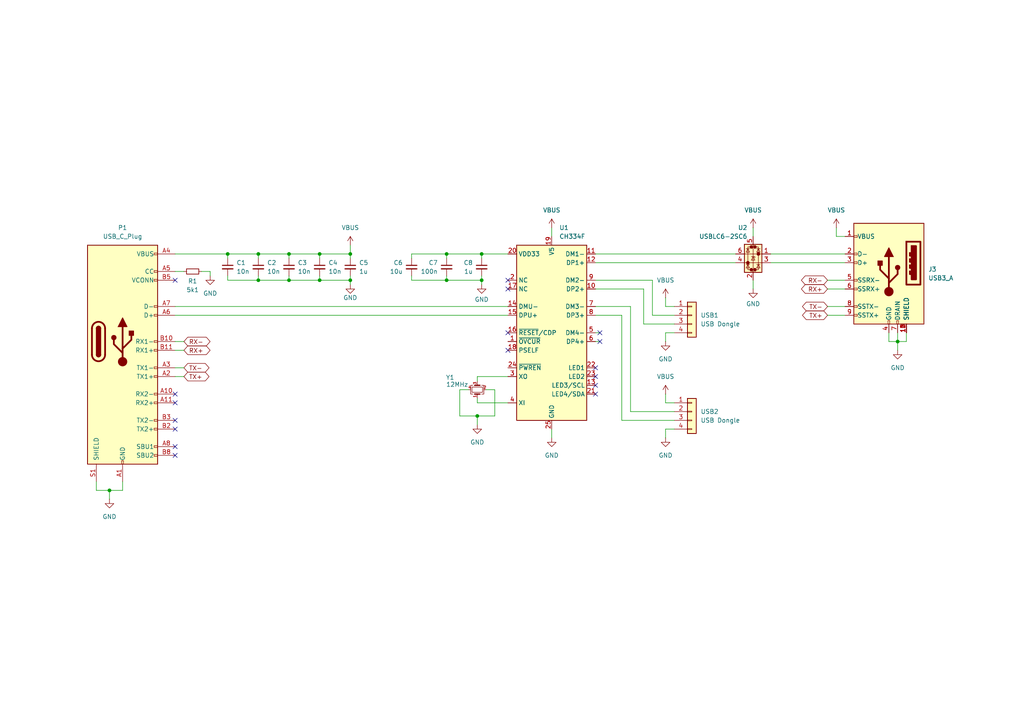
<source format=kicad_sch>
(kicad_sch
	(version 20231120)
	(generator "eeschema")
	(generator_version "8.0")
	(uuid "7c756f94-b788-4916-b83a-3778c781d32e")
	(paper "A4")
	(lib_symbols
		(symbol "Connector:USB3_A"
			(pin_names
				(offset 1.016)
			)
			(exclude_from_sim no)
			(in_bom yes)
			(on_board yes)
			(property "Reference" "J3"
				(at -11.43 0.6351 0)
				(effects
					(font
						(size 1.27 1.27)
					)
					(justify right)
				)
			)
			(property "Value" "USB3_A"
				(at -11.43 -1.9049 0)
				(effects
					(font
						(size 1.27 1.27)
					)
					(justify right)
				)
			)
			(property "Footprint" "easyeda2kicad:USB-A-SMD_HC-USB3.0-C345-P"
				(at 3.81 2.54 0)
				(effects
					(font
						(size 1.27 1.27)
					)
					(hide yes)
				)
			)
			(property "Datasheet" "~"
				(at 3.81 2.54 0)
				(effects
					(font
						(size 1.27 1.27)
					)
					(hide yes)
				)
			)
			(property "Description" "USB 3.0 A connector"
				(at 0 0 0)
				(effects
					(font
						(size 1.27 1.27)
					)
					(hide yes)
				)
			)
			(property "ki_keywords" "usb universal serial bus"
				(at 0 0 0)
				(effects
					(font
						(size 1.27 1.27)
					)
					(hide yes)
				)
			)
			(property "ki_fp_filters" "USB3*"
				(at 0 0 0)
				(effects
					(font
						(size 1.27 1.27)
					)
					(hide yes)
				)
			)
			(symbol "USB3_A_0_0"
				(rectangle
					(start -9.144 8.636)
					(end -5.08 -3.81)
					(stroke
						(width 0.508)
						(type default)
					)
					(fill
						(type none)
					)
				)
				(rectangle
					(start -7.874 7.366)
					(end -6.604 -2.286)
					(stroke
						(width 0.508)
						(type default)
					)
					(fill
						(type outline)
					)
				)
				(rectangle
					(start -6.35 0)
					(end -6.096 -0.762)
					(stroke
						(width 0.508)
						(type default)
					)
					(fill
						(type none)
					)
				)
				(rectangle
					(start -6.35 1.778)
					(end -6.096 1.016)
					(stroke
						(width 0.508)
						(type default)
					)
					(fill
						(type none)
					)
				)
				(rectangle
					(start -6.35 3.556)
					(end -6.096 2.794)
					(stroke
						(width 0.508)
						(type default)
					)
					(fill
						(type none)
					)
				)
				(rectangle
					(start -6.35 5.334)
					(end -6.096 4.572)
					(stroke
						(width 0.508)
						(type default)
					)
					(fill
						(type none)
					)
				)
				(rectangle
					(start -2.794 -15.24)
					(end -2.286 -14.224)
					(stroke
						(width 0)
						(type default)
					)
					(fill
						(type none)
					)
				)
				(rectangle
					(start -0.254 -15.24)
					(end 0.254 -14.224)
					(stroke
						(width 0)
						(type default)
					)
					(fill
						(type none)
					)
				)
				(rectangle
					(start 10.16 -12.446)
					(end 9.144 -12.954)
					(stroke
						(width 0)
						(type default)
					)
					(fill
						(type none)
					)
				)
				(rectangle
					(start 10.16 -9.906)
					(end 9.144 -10.414)
					(stroke
						(width 0)
						(type default)
					)
					(fill
						(type none)
					)
				)
				(rectangle
					(start 10.16 -4.826)
					(end 9.144 -5.334)
					(stroke
						(width 0)
						(type default)
					)
					(fill
						(type none)
					)
				)
				(rectangle
					(start 10.16 -2.286)
					(end 9.144 -2.794)
					(stroke
						(width 0)
						(type default)
					)
					(fill
						(type none)
					)
				)
				(rectangle
					(start 10.16 2.794)
					(end 9.144 2.286)
					(stroke
						(width 0)
						(type default)
					)
					(fill
						(type none)
					)
				)
				(rectangle
					(start 10.16 5.334)
					(end 9.144 4.826)
					(stroke
						(width 0)
						(type default)
					)
					(fill
						(type none)
					)
				)
				(rectangle
					(start 10.16 10.414)
					(end 9.144 9.906)
					(stroke
						(width 0)
						(type default)
					)
					(fill
						(type none)
					)
				)
			)
			(symbol "USB3_A_0_1"
				(rectangle
					(start -10.16 13.97)
					(end 10.16 -15.24)
					(stroke
						(width 0.254)
						(type default)
					)
					(fill
						(type background)
					)
				)
			)
			(symbol "USB3_A_1_1"
				(circle
					(center -2.54 1.143)
					(radius 0.635)
					(stroke
						(width 0.254)
						(type default)
					)
					(fill
						(type outline)
					)
				)
				(circle
					(center 0 -5.842)
					(radius 1.27)
					(stroke
						(width 0)
						(type default)
					)
					(fill
						(type outline)
					)
				)
				(polyline
					(pts
						(xy 0 -5.842) (xy 0 4.318)
					)
					(stroke
						(width 0.508)
						(type default)
					)
					(fill
						(type none)
					)
				)
				(polyline
					(pts
						(xy 0 -3.302) (xy -2.54 -0.762) (xy -2.54 0.508)
					)
					(stroke
						(width 0.508)
						(type default)
					)
					(fill
						(type none)
					)
				)
				(polyline
					(pts
						(xy 0 -2.032) (xy 2.54 0.508) (xy 2.54 1.778)
					)
					(stroke
						(width 0.508)
						(type default)
					)
					(fill
						(type none)
					)
				)
				(polyline
					(pts
						(xy -1.27 4.318) (xy 0 6.858) (xy 1.27 4.318) (xy -1.27 4.318)
					)
					(stroke
						(width 0.254)
						(type default)
					)
					(fill
						(type outline)
					)
				)
				(rectangle
					(start 1.905 1.778)
					(end 3.175 3.048)
					(stroke
						(width 0.254)
						(type default)
					)
					(fill
						(type outline)
					)
				)
				(pin power_in line
					(at 12.7 10.16 180)
					(length 2.54)
					(name "VBUS"
						(effects
							(font
								(size 1.27 1.27)
							)
						)
					)
					(number "1"
						(effects
							(font
								(size 1.27 1.27)
							)
						)
					)
				)
				(pin passive line
					(at -5.08 -17.78 90)
					(length 2.54)
					(name "SHIELD"
						(effects
							(font
								(size 1.27 1.27)
							)
						)
					)
					(number "10"
						(effects
							(font
								(size 1.27 1.27)
							)
						)
					)
				)
				(pin passive line
					(at -5.08 -17.78 90)
					(length 2.54)
					(name "SHIELD"
						(effects
							(font
								(size 1.27 1.27)
							)
						)
					)
					(number "11"
						(effects
							(font
								(size 1.27 1.27)
							)
						)
					)
				)
				(pin passive line
					(at -5.08 -17.78 90)
					(length 2.54)
					(name "SHIELD"
						(effects
							(font
								(size 1.27 1.27)
							)
						)
					)
					(number "12"
						(effects
							(font
								(size 1.27 1.27)
							)
						)
					)
				)
				(pin passive line
					(at -5.08 -17.78 90)
					(length 2.54)
					(name "SHIELD"
						(effects
							(font
								(size 1.27 1.27)
							)
						)
					)
					(number "13"
						(effects
							(font
								(size 1.27 1.27)
							)
						)
					)
				)
				(pin bidirectional line
					(at 12.7 5.08 180)
					(length 2.54)
					(name "D-"
						(effects
							(font
								(size 1.27 1.27)
							)
						)
					)
					(number "2"
						(effects
							(font
								(size 1.27 1.27)
							)
						)
					)
				)
				(pin bidirectional line
					(at 12.7 2.54 180)
					(length 2.54)
					(name "D+"
						(effects
							(font
								(size 1.27 1.27)
							)
						)
					)
					(number "3"
						(effects
							(font
								(size 1.27 1.27)
							)
						)
					)
				)
				(pin power_in line
					(at 0 -17.78 90)
					(length 2.54)
					(name "GND"
						(effects
							(font
								(size 1.27 1.27)
							)
						)
					)
					(number "4"
						(effects
							(font
								(size 1.27 1.27)
							)
						)
					)
				)
				(pin output line
					(at 12.7 -2.54 180)
					(length 2.54)
					(name "SSRX-"
						(effects
							(font
								(size 1.27 1.27)
							)
						)
					)
					(number "5"
						(effects
							(font
								(size 1.27 1.27)
							)
						)
					)
				)
				(pin output line
					(at 12.7 -5.08 180)
					(length 2.54)
					(name "SSRX+"
						(effects
							(font
								(size 1.27 1.27)
							)
						)
					)
					(number "6"
						(effects
							(font
								(size 1.27 1.27)
							)
						)
					)
				)
				(pin passive line
					(at -2.54 -17.78 90)
					(length 2.54)
					(name "DRAIN"
						(effects
							(font
								(size 1.27 1.27)
							)
						)
					)
					(number "7"
						(effects
							(font
								(size 1.27 1.27)
							)
						)
					)
				)
				(pin input line
					(at 12.7 -10.16 180)
					(length 2.54)
					(name "SSTX-"
						(effects
							(font
								(size 1.27 1.27)
							)
						)
					)
					(number "8"
						(effects
							(font
								(size 1.27 1.27)
							)
						)
					)
				)
				(pin input line
					(at 12.7 -12.7 180)
					(length 2.54)
					(name "SSTX+"
						(effects
							(font
								(size 1.27 1.27)
							)
						)
					)
					(number "9"
						(effects
							(font
								(size 1.27 1.27)
							)
						)
					)
				)
			)
		)
		(symbol "Connector:USB_C_Plug"
			(pin_names
				(offset 1.016)
			)
			(exclude_from_sim no)
			(in_bom yes)
			(on_board yes)
			(property "Reference" "P1"
				(at 0 33.02 0)
				(effects
					(font
						(size 1.27 1.27)
					)
				)
			)
			(property "Value" "USB_C_Plug"
				(at 0 30.48 0)
				(effects
					(font
						(size 1.27 1.27)
					)
				)
			)
			(property "Footprint" "Connector_USB:USB_C_Plug_Molex_105444"
				(at 3.81 0 0)
				(effects
					(font
						(size 1.27 1.27)
					)
					(hide yes)
				)
			)
			(property "Datasheet" "https://www.usb.org/sites/default/files/documents/usb_type-c.zip"
				(at 3.81 0 0)
				(effects
					(font
						(size 1.27 1.27)
					)
					(hide yes)
				)
			)
			(property "Description" "USB Type-C Plug connector"
				(at 0 0 0)
				(effects
					(font
						(size 1.27 1.27)
					)
					(hide yes)
				)
			)
			(property "ki_keywords" "usb universal serial bus"
				(at 0 0 0)
				(effects
					(font
						(size 1.27 1.27)
					)
					(hide yes)
				)
			)
			(property "ki_fp_filters" "USB*C*Plug*"
				(at 0 0 0)
				(effects
					(font
						(size 1.27 1.27)
					)
					(hide yes)
				)
			)
			(symbol "USB_C_Plug_0_0"
				(rectangle
					(start -0.254 -35.56)
					(end 0.254 -34.544)
					(stroke
						(width 0)
						(type default)
					)
					(fill
						(type none)
					)
				)
				(rectangle
					(start 10.16 -32.766)
					(end 9.144 -33.274)
					(stroke
						(width 0)
						(type default)
					)
					(fill
						(type none)
					)
				)
				(rectangle
					(start 10.16 -30.226)
					(end 9.144 -30.734)
					(stroke
						(width 0)
						(type default)
					)
					(fill
						(type none)
					)
				)
				(rectangle
					(start 10.16 -25.146)
					(end 9.144 -25.654)
					(stroke
						(width 0)
						(type default)
					)
					(fill
						(type none)
					)
				)
				(rectangle
					(start 10.16 -22.606)
					(end 9.144 -23.114)
					(stroke
						(width 0)
						(type default)
					)
					(fill
						(type none)
					)
				)
				(rectangle
					(start 10.16 -17.526)
					(end 9.144 -18.034)
					(stroke
						(width 0)
						(type default)
					)
					(fill
						(type none)
					)
				)
				(rectangle
					(start 10.16 -14.986)
					(end 9.144 -15.494)
					(stroke
						(width 0)
						(type default)
					)
					(fill
						(type none)
					)
				)
				(rectangle
					(start 10.16 -9.906)
					(end 9.144 -10.414)
					(stroke
						(width 0)
						(type default)
					)
					(fill
						(type none)
					)
				)
				(rectangle
					(start 10.16 -7.366)
					(end 9.144 -7.874)
					(stroke
						(width 0)
						(type default)
					)
					(fill
						(type none)
					)
				)
				(rectangle
					(start 10.16 -2.286)
					(end 9.144 -2.794)
					(stroke
						(width 0)
						(type default)
					)
					(fill
						(type none)
					)
				)
				(rectangle
					(start 10.16 0.254)
					(end 9.144 -0.254)
					(stroke
						(width 0)
						(type default)
					)
					(fill
						(type none)
					)
				)
				(rectangle
					(start 10.16 7.874)
					(end 9.144 7.366)
					(stroke
						(width 0)
						(type default)
					)
					(fill
						(type none)
					)
				)
				(rectangle
					(start 10.16 10.414)
					(end 9.144 9.906)
					(stroke
						(width 0)
						(type default)
					)
					(fill
						(type none)
					)
				)
				(rectangle
					(start 10.16 18.034)
					(end 9.144 17.526)
					(stroke
						(width 0)
						(type default)
					)
					(fill
						(type none)
					)
				)
				(rectangle
					(start 10.16 20.574)
					(end 9.144 20.066)
					(stroke
						(width 0)
						(type default)
					)
					(fill
						(type none)
					)
				)
				(rectangle
					(start 10.16 25.654)
					(end 9.144 25.146)
					(stroke
						(width 0)
						(type default)
					)
					(fill
						(type none)
					)
				)
			)
			(symbol "USB_C_Plug_0_1"
				(rectangle
					(start -10.16 27.94)
					(end 10.16 -35.56)
					(stroke
						(width 0.254)
						(type default)
					)
					(fill
						(type background)
					)
				)
				(arc
					(start -8.89 -3.81)
					(mid -6.985 -5.7067)
					(end -5.08 -3.81)
					(stroke
						(width 0.508)
						(type default)
					)
					(fill
						(type none)
					)
				)
				(arc
					(start -7.62 -3.81)
					(mid -6.985 -4.4423)
					(end -6.35 -3.81)
					(stroke
						(width 0.254)
						(type default)
					)
					(fill
						(type none)
					)
				)
				(arc
					(start -7.62 -3.81)
					(mid -6.985 -4.4423)
					(end -6.35 -3.81)
					(stroke
						(width 0.254)
						(type default)
					)
					(fill
						(type outline)
					)
				)
				(rectangle
					(start -7.62 -3.81)
					(end -6.35 3.81)
					(stroke
						(width 0.254)
						(type default)
					)
					(fill
						(type outline)
					)
				)
				(arc
					(start -6.35 3.81)
					(mid -6.985 4.4423)
					(end -7.62 3.81)
					(stroke
						(width 0.254)
						(type default)
					)
					(fill
						(type none)
					)
				)
				(arc
					(start -6.35 3.81)
					(mid -6.985 4.4423)
					(end -7.62 3.81)
					(stroke
						(width 0.254)
						(type default)
					)
					(fill
						(type outline)
					)
				)
				(arc
					(start -5.08 3.81)
					(mid -6.985 5.7067)
					(end -8.89 3.81)
					(stroke
						(width 0.508)
						(type default)
					)
					(fill
						(type none)
					)
				)
				(polyline
					(pts
						(xy -8.89 -3.81) (xy -8.89 3.81)
					)
					(stroke
						(width 0.508)
						(type default)
					)
					(fill
						(type none)
					)
				)
				(polyline
					(pts
						(xy -5.08 3.81) (xy -5.08 -3.81)
					)
					(stroke
						(width 0.508)
						(type default)
					)
					(fill
						(type none)
					)
				)
			)
			(symbol "USB_C_Plug_1_1"
				(circle
					(center -2.54 1.143)
					(radius 0.635)
					(stroke
						(width 0.254)
						(type default)
					)
					(fill
						(type outline)
					)
				)
				(circle
					(center 0 -5.842)
					(radius 1.27)
					(stroke
						(width 0)
						(type default)
					)
					(fill
						(type outline)
					)
				)
				(polyline
					(pts
						(xy 0 -5.842) (xy 0 4.318)
					)
					(stroke
						(width 0.508)
						(type default)
					)
					(fill
						(type none)
					)
				)
				(polyline
					(pts
						(xy 0 -3.302) (xy -2.54 -0.762) (xy -2.54 0.508)
					)
					(stroke
						(width 0.508)
						(type default)
					)
					(fill
						(type none)
					)
				)
				(polyline
					(pts
						(xy 0 -2.032) (xy 2.54 0.508) (xy 2.54 1.778)
					)
					(stroke
						(width 0.508)
						(type default)
					)
					(fill
						(type none)
					)
				)
				(polyline
					(pts
						(xy -1.27 4.318) (xy 0 6.858) (xy 1.27 4.318) (xy -1.27 4.318)
					)
					(stroke
						(width 0.254)
						(type default)
					)
					(fill
						(type outline)
					)
				)
				(rectangle
					(start 1.905 1.778)
					(end 3.175 3.048)
					(stroke
						(width 0.254)
						(type default)
					)
					(fill
						(type outline)
					)
				)
				(pin passive line
					(at 0 -40.64 90)
					(length 5.08)
					(name "GND"
						(effects
							(font
								(size 1.27 1.27)
							)
						)
					)
					(number "A1"
						(effects
							(font
								(size 1.27 1.27)
							)
						)
					)
				)
				(pin bidirectional line
					(at 15.24 -15.24 180)
					(length 5.08)
					(name "RX2-"
						(effects
							(font
								(size 1.27 1.27)
							)
						)
					)
					(number "A10"
						(effects
							(font
								(size 1.27 1.27)
							)
						)
					)
				)
				(pin bidirectional line
					(at 15.24 -17.78 180)
					(length 5.08)
					(name "RX2+"
						(effects
							(font
								(size 1.27 1.27)
							)
						)
					)
					(number "A11"
						(effects
							(font
								(size 1.27 1.27)
							)
						)
					)
				)
				(pin passive line
					(at 0 -40.64 90)
					(length 5.08) hide
					(name "GND"
						(effects
							(font
								(size 1.27 1.27)
							)
						)
					)
					(number "A12"
						(effects
							(font
								(size 1.27 1.27)
							)
						)
					)
				)
				(pin bidirectional line
					(at 15.24 -10.16 180)
					(length 5.08)
					(name "TX1+"
						(effects
							(font
								(size 1.27 1.27)
							)
						)
					)
					(number "A2"
						(effects
							(font
								(size 1.27 1.27)
							)
						)
					)
				)
				(pin bidirectional line
					(at 15.24 -7.62 180)
					(length 5.08)
					(name "TX1-"
						(effects
							(font
								(size 1.27 1.27)
							)
						)
					)
					(number "A3"
						(effects
							(font
								(size 1.27 1.27)
							)
						)
					)
				)
				(pin passive line
					(at 15.24 25.4 180)
					(length 5.08)
					(name "VBUS"
						(effects
							(font
								(size 1.27 1.27)
							)
						)
					)
					(number "A4"
						(effects
							(font
								(size 1.27 1.27)
							)
						)
					)
				)
				(pin bidirectional line
					(at 15.24 20.32 180)
					(length 5.08)
					(name "CC"
						(effects
							(font
								(size 1.27 1.27)
							)
						)
					)
					(number "A5"
						(effects
							(font
								(size 1.27 1.27)
							)
						)
					)
				)
				(pin bidirectional line
					(at 15.24 7.62 180)
					(length 5.08)
					(name "D+"
						(effects
							(font
								(size 1.27 1.27)
							)
						)
					)
					(number "A6"
						(effects
							(font
								(size 1.27 1.27)
							)
						)
					)
				)
				(pin bidirectional line
					(at 15.24 10.16 180)
					(length 5.08)
					(name "D-"
						(effects
							(font
								(size 1.27 1.27)
							)
						)
					)
					(number "A7"
						(effects
							(font
								(size 1.27 1.27)
							)
						)
					)
				)
				(pin bidirectional line
					(at 15.24 -30.48 180)
					(length 5.08)
					(name "SBU1"
						(effects
							(font
								(size 1.27 1.27)
							)
						)
					)
					(number "A8"
						(effects
							(font
								(size 1.27 1.27)
							)
						)
					)
				)
				(pin passive line
					(at 15.24 25.4 180)
					(length 5.08) hide
					(name "VBUS"
						(effects
							(font
								(size 1.27 1.27)
							)
						)
					)
					(number "A9"
						(effects
							(font
								(size 1.27 1.27)
							)
						)
					)
				)
				(pin passive line
					(at 0 -40.64 90)
					(length 5.08) hide
					(name "GND"
						(effects
							(font
								(size 1.27 1.27)
							)
						)
					)
					(number "B1"
						(effects
							(font
								(size 1.27 1.27)
							)
						)
					)
				)
				(pin bidirectional line
					(at 15.24 0 180)
					(length 5.08)
					(name "RX1-"
						(effects
							(font
								(size 1.27 1.27)
							)
						)
					)
					(number "B10"
						(effects
							(font
								(size 1.27 1.27)
							)
						)
					)
				)
				(pin bidirectional line
					(at 15.24 -2.54 180)
					(length 5.08)
					(name "RX1+"
						(effects
							(font
								(size 1.27 1.27)
							)
						)
					)
					(number "B11"
						(effects
							(font
								(size 1.27 1.27)
							)
						)
					)
				)
				(pin passive line
					(at 0 -40.64 90)
					(length 5.08) hide
					(name "GND"
						(effects
							(font
								(size 1.27 1.27)
							)
						)
					)
					(number "B12"
						(effects
							(font
								(size 1.27 1.27)
							)
						)
					)
				)
				(pin bidirectional line
					(at 15.24 -25.4 180)
					(length 5.08)
					(name "TX2+"
						(effects
							(font
								(size 1.27 1.27)
							)
						)
					)
					(number "B2"
						(effects
							(font
								(size 1.27 1.27)
							)
						)
					)
				)
				(pin bidirectional line
					(at 15.24 -22.86 180)
					(length 5.08)
					(name "TX2-"
						(effects
							(font
								(size 1.27 1.27)
							)
						)
					)
					(number "B3"
						(effects
							(font
								(size 1.27 1.27)
							)
						)
					)
				)
				(pin passive line
					(at 15.24 25.4 180)
					(length 5.08) hide
					(name "VBUS"
						(effects
							(font
								(size 1.27 1.27)
							)
						)
					)
					(number "B4"
						(effects
							(font
								(size 1.27 1.27)
							)
						)
					)
				)
				(pin bidirectional line
					(at 15.24 17.78 180)
					(length 5.08)
					(name "VCONN"
						(effects
							(font
								(size 1.27 1.27)
							)
						)
					)
					(number "B5"
						(effects
							(font
								(size 1.27 1.27)
							)
						)
					)
				)
				(pin bidirectional line
					(at 15.24 -33.02 180)
					(length 5.08)
					(name "SBU2"
						(effects
							(font
								(size 1.27 1.27)
							)
						)
					)
					(number "B8"
						(effects
							(font
								(size 1.27 1.27)
							)
						)
					)
				)
				(pin passive line
					(at 15.24 25.4 180)
					(length 5.08) hide
					(name "VBUS"
						(effects
							(font
								(size 1.27 1.27)
							)
						)
					)
					(number "B9"
						(effects
							(font
								(size 1.27 1.27)
							)
						)
					)
				)
				(pin passive line
					(at -7.62 -40.64 90)
					(length 5.08)
					(name "SHIELD"
						(effects
							(font
								(size 1.27 1.27)
							)
						)
					)
					(number "S1"
						(effects
							(font
								(size 1.27 1.27)
							)
						)
					)
				)
			)
		)
		(symbol "Connector_Generic:Conn_01x04"
			(pin_names
				(offset 1.016) hide)
			(exclude_from_sim no)
			(in_bom yes)
			(on_board yes)
			(property "Reference" "J"
				(at 0 5.08 0)
				(effects
					(font
						(size 1.27 1.27)
					)
				)
			)
			(property "Value" "Conn_01x04"
				(at 0 -7.62 0)
				(effects
					(font
						(size 1.27 1.27)
					)
				)
			)
			(property "Footprint" ""
				(at 0 0 0)
				(effects
					(font
						(size 1.27 1.27)
					)
					(hide yes)
				)
			)
			(property "Datasheet" "~"
				(at 0 0 0)
				(effects
					(font
						(size 1.27 1.27)
					)
					(hide yes)
				)
			)
			(property "Description" "Generic connector, single row, 01x04, script generated (kicad-library-utils/schlib/autogen/connector/)"
				(at 0 0 0)
				(effects
					(font
						(size 1.27 1.27)
					)
					(hide yes)
				)
			)
			(property "ki_keywords" "connector"
				(at 0 0 0)
				(effects
					(font
						(size 1.27 1.27)
					)
					(hide yes)
				)
			)
			(property "ki_fp_filters" "Connector*:*_1x??_*"
				(at 0 0 0)
				(effects
					(font
						(size 1.27 1.27)
					)
					(hide yes)
				)
			)
			(symbol "Conn_01x04_1_1"
				(rectangle
					(start -1.27 -4.953)
					(end 0 -5.207)
					(stroke
						(width 0.1524)
						(type default)
					)
					(fill
						(type none)
					)
				)
				(rectangle
					(start -1.27 -2.413)
					(end 0 -2.667)
					(stroke
						(width 0.1524)
						(type default)
					)
					(fill
						(type none)
					)
				)
				(rectangle
					(start -1.27 0.127)
					(end 0 -0.127)
					(stroke
						(width 0.1524)
						(type default)
					)
					(fill
						(type none)
					)
				)
				(rectangle
					(start -1.27 2.667)
					(end 0 2.413)
					(stroke
						(width 0.1524)
						(type default)
					)
					(fill
						(type none)
					)
				)
				(rectangle
					(start -1.27 3.81)
					(end 1.27 -6.35)
					(stroke
						(width 0.254)
						(type default)
					)
					(fill
						(type background)
					)
				)
				(pin passive line
					(at -5.08 2.54 0)
					(length 3.81)
					(name "Pin_1"
						(effects
							(font
								(size 1.27 1.27)
							)
						)
					)
					(number "1"
						(effects
							(font
								(size 1.27 1.27)
							)
						)
					)
				)
				(pin passive line
					(at -5.08 0 0)
					(length 3.81)
					(name "Pin_2"
						(effects
							(font
								(size 1.27 1.27)
							)
						)
					)
					(number "2"
						(effects
							(font
								(size 1.27 1.27)
							)
						)
					)
				)
				(pin passive line
					(at -5.08 -2.54 0)
					(length 3.81)
					(name "Pin_3"
						(effects
							(font
								(size 1.27 1.27)
							)
						)
					)
					(number "3"
						(effects
							(font
								(size 1.27 1.27)
							)
						)
					)
				)
				(pin passive line
					(at -5.08 -5.08 0)
					(length 3.81)
					(name "Pin_4"
						(effects
							(font
								(size 1.27 1.27)
							)
						)
					)
					(number "4"
						(effects
							(font
								(size 1.27 1.27)
							)
						)
					)
				)
			)
		)
		(symbol "Device:C_Small"
			(pin_numbers hide)
			(pin_names
				(offset 0.254) hide)
			(exclude_from_sim no)
			(in_bom yes)
			(on_board yes)
			(property "Reference" "C"
				(at 0.254 1.778 0)
				(effects
					(font
						(size 1.27 1.27)
					)
					(justify left)
				)
			)
			(property "Value" "C_Small"
				(at 0.254 -2.032 0)
				(effects
					(font
						(size 1.27 1.27)
					)
					(justify left)
				)
			)
			(property "Footprint" ""
				(at 0 0 0)
				(effects
					(font
						(size 1.27 1.27)
					)
					(hide yes)
				)
			)
			(property "Datasheet" "~"
				(at 0 0 0)
				(effects
					(font
						(size 1.27 1.27)
					)
					(hide yes)
				)
			)
			(property "Description" "Unpolarized capacitor, small symbol"
				(at 0 0 0)
				(effects
					(font
						(size 1.27 1.27)
					)
					(hide yes)
				)
			)
			(property "ki_keywords" "capacitor cap"
				(at 0 0 0)
				(effects
					(font
						(size 1.27 1.27)
					)
					(hide yes)
				)
			)
			(property "ki_fp_filters" "C_*"
				(at 0 0 0)
				(effects
					(font
						(size 1.27 1.27)
					)
					(hide yes)
				)
			)
			(symbol "C_Small_0_1"
				(polyline
					(pts
						(xy -1.524 -0.508) (xy 1.524 -0.508)
					)
					(stroke
						(width 0.3302)
						(type default)
					)
					(fill
						(type none)
					)
				)
				(polyline
					(pts
						(xy -1.524 0.508) (xy 1.524 0.508)
					)
					(stroke
						(width 0.3048)
						(type default)
					)
					(fill
						(type none)
					)
				)
			)
			(symbol "C_Small_1_1"
				(pin passive line
					(at 0 2.54 270)
					(length 2.032)
					(name "~"
						(effects
							(font
								(size 1.27 1.27)
							)
						)
					)
					(number "1"
						(effects
							(font
								(size 1.27 1.27)
							)
						)
					)
				)
				(pin passive line
					(at 0 -2.54 90)
					(length 2.032)
					(name "~"
						(effects
							(font
								(size 1.27 1.27)
							)
						)
					)
					(number "2"
						(effects
							(font
								(size 1.27 1.27)
							)
						)
					)
				)
			)
		)
		(symbol "Device:Crystal_GND24_Small"
			(pin_names
				(offset 1.016) hide)
			(exclude_from_sim no)
			(in_bom yes)
			(on_board yes)
			(property "Reference" "Y"
				(at 1.27 4.445 0)
				(effects
					(font
						(size 1.27 1.27)
					)
					(justify left)
				)
			)
			(property "Value" "Crystal_GND24_Small"
				(at 1.27 2.54 0)
				(effects
					(font
						(size 1.27 1.27)
					)
					(justify left)
				)
			)
			(property "Footprint" ""
				(at 0 0 0)
				(effects
					(font
						(size 1.27 1.27)
					)
					(hide yes)
				)
			)
			(property "Datasheet" "~"
				(at 0 0 0)
				(effects
					(font
						(size 1.27 1.27)
					)
					(hide yes)
				)
			)
			(property "Description" "Four pin crystal, GND on pins 2 and 4, small symbol"
				(at 0 0 0)
				(effects
					(font
						(size 1.27 1.27)
					)
					(hide yes)
				)
			)
			(property "ki_keywords" "quartz ceramic resonator oscillator"
				(at 0 0 0)
				(effects
					(font
						(size 1.27 1.27)
					)
					(hide yes)
				)
			)
			(property "ki_fp_filters" "Crystal*"
				(at 0 0 0)
				(effects
					(font
						(size 1.27 1.27)
					)
					(hide yes)
				)
			)
			(symbol "Crystal_GND24_Small_0_1"
				(rectangle
					(start -0.762 -1.524)
					(end 0.762 1.524)
					(stroke
						(width 0)
						(type default)
					)
					(fill
						(type none)
					)
				)
				(polyline
					(pts
						(xy -1.27 -0.762) (xy -1.27 0.762)
					)
					(stroke
						(width 0.381)
						(type default)
					)
					(fill
						(type none)
					)
				)
				(polyline
					(pts
						(xy 1.27 -0.762) (xy 1.27 0.762)
					)
					(stroke
						(width 0.381)
						(type default)
					)
					(fill
						(type none)
					)
				)
				(polyline
					(pts
						(xy -1.27 -1.27) (xy -1.27 -1.905) (xy 1.27 -1.905) (xy 1.27 -1.27)
					)
					(stroke
						(width 0)
						(type default)
					)
					(fill
						(type none)
					)
				)
				(polyline
					(pts
						(xy -1.27 1.27) (xy -1.27 1.905) (xy 1.27 1.905) (xy 1.27 1.27)
					)
					(stroke
						(width 0)
						(type default)
					)
					(fill
						(type none)
					)
				)
			)
			(symbol "Crystal_GND24_Small_1_1"
				(pin passive line
					(at -2.54 0 0)
					(length 1.27)
					(name "1"
						(effects
							(font
								(size 1.27 1.27)
							)
						)
					)
					(number "1"
						(effects
							(font
								(size 0.762 0.762)
							)
						)
					)
				)
				(pin passive line
					(at 0 -2.54 90)
					(length 0.635)
					(name "2"
						(effects
							(font
								(size 1.27 1.27)
							)
						)
					)
					(number "2"
						(effects
							(font
								(size 0.762 0.762)
							)
						)
					)
				)
				(pin passive line
					(at 2.54 0 180)
					(length 1.27)
					(name "3"
						(effects
							(font
								(size 1.27 1.27)
							)
						)
					)
					(number "3"
						(effects
							(font
								(size 0.762 0.762)
							)
						)
					)
				)
				(pin passive line
					(at 0 2.54 270)
					(length 0.635)
					(name "4"
						(effects
							(font
								(size 1.27 1.27)
							)
						)
					)
					(number "4"
						(effects
							(font
								(size 0.762 0.762)
							)
						)
					)
				)
			)
		)
		(symbol "Device:R_Small"
			(pin_numbers hide)
			(pin_names
				(offset 0.254) hide)
			(exclude_from_sim no)
			(in_bom yes)
			(on_board yes)
			(property "Reference" "R"
				(at 0.762 0.508 0)
				(effects
					(font
						(size 1.27 1.27)
					)
					(justify left)
				)
			)
			(property "Value" "R_Small"
				(at 0.762 -1.016 0)
				(effects
					(font
						(size 1.27 1.27)
					)
					(justify left)
				)
			)
			(property "Footprint" ""
				(at 0 0 0)
				(effects
					(font
						(size 1.27 1.27)
					)
					(hide yes)
				)
			)
			(property "Datasheet" "~"
				(at 0 0 0)
				(effects
					(font
						(size 1.27 1.27)
					)
					(hide yes)
				)
			)
			(property "Description" "Resistor, small symbol"
				(at 0 0 0)
				(effects
					(font
						(size 1.27 1.27)
					)
					(hide yes)
				)
			)
			(property "ki_keywords" "R resistor"
				(at 0 0 0)
				(effects
					(font
						(size 1.27 1.27)
					)
					(hide yes)
				)
			)
			(property "ki_fp_filters" "R_*"
				(at 0 0 0)
				(effects
					(font
						(size 1.27 1.27)
					)
					(hide yes)
				)
			)
			(symbol "R_Small_0_1"
				(rectangle
					(start -0.762 1.778)
					(end 0.762 -1.778)
					(stroke
						(width 0.2032)
						(type default)
					)
					(fill
						(type none)
					)
				)
			)
			(symbol "R_Small_1_1"
				(pin passive line
					(at 0 2.54 270)
					(length 0.762)
					(name "~"
						(effects
							(font
								(size 1.27 1.27)
							)
						)
					)
					(number "1"
						(effects
							(font
								(size 1.27 1.27)
							)
						)
					)
				)
				(pin passive line
					(at 0 -2.54 90)
					(length 0.762)
					(name "~"
						(effects
							(font
								(size 1.27 1.27)
							)
						)
					)
					(number "2"
						(effects
							(font
								(size 1.27 1.27)
							)
						)
					)
				)
			)
		)
		(symbol "LeoDJ:CH334F"
			(exclude_from_sim no)
			(in_bom yes)
			(on_board yes)
			(property "Reference" "U1"
				(at 2.1941 30.48 0)
				(effects
					(font
						(size 1.27 1.27)
					)
					(justify left)
				)
			)
			(property "Value" "CH334F"
				(at 2.1941 27.94 0)
				(effects
					(font
						(size 1.27 1.27)
					)
					(justify left)
				)
			)
			(property "Footprint" "Package_DFN_QFN:QFN-24-1EP_4x4mm_P0.5mm_EP2.7x2.7mm"
				(at 1.778 -29.21 0)
				(effects
					(font
						(size 1.27 1.27)
					)
					(justify left)
					(hide yes)
				)
			)
			(property "Datasheet" "https://www.wch-ic.com/downloads/file/327.html"
				(at 0 40.64 0)
				(effects
					(font
						(size 1.27 1.27)
					)
					(hide yes)
				)
			)
			(property "Description" "USB HUB controller, UART, QFN24"
				(at 0.508 8.636 0)
				(effects
					(font
						(size 1.27 1.27)
					)
					(hide yes)
				)
			)
			(property "ki_keywords" "USB HUB Controller Interface"
				(at 0 0 0)
				(effects
					(font
						(size 1.27 1.27)
					)
					(hide yes)
				)
			)
			(property "ki_fp_filters" "QFN-24*4x4mm*P0.5mm*"
				(at 0 0 0)
				(effects
					(font
						(size 1.27 1.27)
					)
					(hide yes)
				)
			)
			(symbol "CH334F_0_1"
				(rectangle
					(start -10.16 25.4)
					(end 10.16 -25.4)
					(stroke
						(width 0.254)
						(type default)
					)
					(fill
						(type background)
					)
				)
			)
			(symbol "CH334F_1_0"
				(pin input line
					(at -12.7 -2.54 0)
					(length 2.54)
					(name "~{OVCUR}"
						(effects
							(font
								(size 1.27 1.27)
							)
						)
					)
					(number "1"
						(effects
							(font
								(size 1.27 1.27)
							)
						)
					)
				)
				(pin bidirectional line
					(at 12.7 -15.24 180)
					(length 2.54)
					(name "LED3/SCL"
						(effects
							(font
								(size 1.27 1.27)
							)
						)
					)
					(number "13"
						(effects
							(font
								(size 1.27 1.27)
							)
						)
					)
				)
				(pin input line
					(at -12.7 -5.08 0)
					(length 2.54)
					(name "PSELF"
						(effects
							(font
								(size 1.27 1.27)
							)
						)
					)
					(number "18"
						(effects
							(font
								(size 1.27 1.27)
							)
						)
					)
				)
				(pin bidirectional line
					(at 12.7 -17.78 180)
					(length 2.54)
					(name "LED4/SDA"
						(effects
							(font
								(size 1.27 1.27)
							)
						)
					)
					(number "21"
						(effects
							(font
								(size 1.27 1.27)
							)
						)
					)
				)
				(pin bidirectional line
					(at 12.7 -10.16 180)
					(length 2.54)
					(name "LED1"
						(effects
							(font
								(size 1.27 1.27)
							)
						)
					)
					(number "22"
						(effects
							(font
								(size 1.27 1.27)
							)
						)
					)
				)
				(pin bidirectional line
					(at 12.7 -12.7 180)
					(length 2.54)
					(name "LED2"
						(effects
							(font
								(size 1.27 1.27)
							)
						)
					)
					(number "23"
						(effects
							(font
								(size 1.27 1.27)
							)
						)
					)
				)
				(pin output line
					(at -12.7 -10.16 0)
					(length 2.54)
					(name "~{PWREN}"
						(effects
							(font
								(size 1.27 1.27)
							)
						)
					)
					(number "24"
						(effects
							(font
								(size 1.27 1.27)
							)
						)
					)
				)
			)
			(symbol "CH334F_1_1"
				(pin bidirectional line
					(at 12.7 12.7 180)
					(length 2.54)
					(name "DP2+"
						(effects
							(font
								(size 1.27 1.27)
							)
						)
					)
					(number "10"
						(effects
							(font
								(size 1.27 1.27)
							)
						)
					)
				)
				(pin bidirectional line
					(at 12.7 22.86 180)
					(length 2.54)
					(name "DM1-"
						(effects
							(font
								(size 1.27 1.27)
							)
						)
					)
					(number "11"
						(effects
							(font
								(size 1.27 1.27)
							)
						)
					)
				)
				(pin bidirectional line
					(at 12.7 20.32 180)
					(length 2.54)
					(name "DP1+"
						(effects
							(font
								(size 1.27 1.27)
							)
						)
					)
					(number "12"
						(effects
							(font
								(size 1.27 1.27)
							)
						)
					)
				)
				(pin bidirectional line
					(at -12.7 7.62 0)
					(length 2.54)
					(name "DMU-"
						(effects
							(font
								(size 1.27 1.27)
							)
						)
					)
					(number "14"
						(effects
							(font
								(size 1.27 1.27)
							)
						)
					)
				)
				(pin bidirectional line
					(at -12.7 5.08 0)
					(length 2.54)
					(name "DPU+"
						(effects
							(font
								(size 1.27 1.27)
							)
						)
					)
					(number "15"
						(effects
							(font
								(size 1.27 1.27)
							)
						)
					)
				)
				(pin input line
					(at -12.7 0 0)
					(length 2.54)
					(name "~{RESET}/CDP"
						(effects
							(font
								(size 1.27 1.27)
							)
						)
					)
					(number "16"
						(effects
							(font
								(size 1.27 1.27)
							)
						)
					)
				)
				(pin passive line
					(at -12.7 12.7 0)
					(length 2.54)
					(name "NC"
						(effects
							(font
								(size 1.27 1.27)
							)
						)
					)
					(number "17"
						(effects
							(font
								(size 1.27 1.27)
							)
						)
					)
				)
				(pin power_in line
					(at 0 27.94 270)
					(length 2.54)
					(name "V5"
						(effects
							(font
								(size 1.27 1.27)
							)
						)
					)
					(number "19"
						(effects
							(font
								(size 1.27 1.27)
							)
						)
					)
				)
				(pin passive line
					(at -12.7 15.24 0)
					(length 2.54)
					(name "NC"
						(effects
							(font
								(size 1.27 1.27)
							)
						)
					)
					(number "2"
						(effects
							(font
								(size 1.27 1.27)
							)
						)
					)
				)
				(pin passive line
					(at -12.7 22.86 0)
					(length 2.54)
					(name "VDD33"
						(effects
							(font
								(size 1.27 1.27)
							)
						)
					)
					(number "20"
						(effects
							(font
								(size 1.27 1.27)
							)
						)
					)
				)
				(pin power_in line
					(at 0 -27.94 90)
					(length 2.54)
					(name "GND"
						(effects
							(font
								(size 1.27 1.27)
							)
						)
					)
					(number "25"
						(effects
							(font
								(size 1.27 1.27)
							)
						)
					)
				)
				(pin passive line
					(at -12.7 -12.7 0)
					(length 2.54)
					(name "XO"
						(effects
							(font
								(size 1.27 1.27)
							)
						)
					)
					(number "3"
						(effects
							(font
								(size 1.27 1.27)
							)
						)
					)
				)
				(pin passive line
					(at -12.7 -20.32 0)
					(length 2.54)
					(name "XI"
						(effects
							(font
								(size 1.27 1.27)
							)
						)
					)
					(number "4"
						(effects
							(font
								(size 1.27 1.27)
							)
						)
					)
				)
				(pin bidirectional line
					(at 12.7 0 180)
					(length 2.54)
					(name "DM4-"
						(effects
							(font
								(size 1.27 1.27)
							)
						)
					)
					(number "5"
						(effects
							(font
								(size 1.27 1.27)
							)
						)
					)
				)
				(pin bidirectional line
					(at 12.7 -2.54 180)
					(length 2.54)
					(name "DP4+"
						(effects
							(font
								(size 1.27 1.27)
							)
						)
					)
					(number "6"
						(effects
							(font
								(size 1.27 1.27)
							)
						)
					)
				)
				(pin bidirectional line
					(at 12.7 7.62 180)
					(length 2.54)
					(name "DM3-"
						(effects
							(font
								(size 1.27 1.27)
							)
						)
					)
					(number "7"
						(effects
							(font
								(size 1.27 1.27)
							)
						)
					)
				)
				(pin bidirectional line
					(at 12.7 5.08 180)
					(length 2.54)
					(name "DP3+"
						(effects
							(font
								(size 1.27 1.27)
							)
						)
					)
					(number "8"
						(effects
							(font
								(size 1.27 1.27)
							)
						)
					)
				)
				(pin bidirectional line
					(at 12.7 15.24 180)
					(length 2.54)
					(name "DM2-"
						(effects
							(font
								(size 1.27 1.27)
							)
						)
					)
					(number "9"
						(effects
							(font
								(size 1.27 1.27)
							)
						)
					)
				)
			)
		)
		(symbol "Power_Protection:USBLC6-2SC6"
			(pin_names hide)
			(exclude_from_sim no)
			(in_bom yes)
			(on_board yes)
			(property "Reference" "U"
				(at 0.635 5.715 0)
				(effects
					(font
						(size 1.27 1.27)
					)
					(justify left)
				)
			)
			(property "Value" "USBLC6-2SC6"
				(at 0.635 3.81 0)
				(effects
					(font
						(size 1.27 1.27)
					)
					(justify left)
				)
			)
			(property "Footprint" "Package_TO_SOT_SMD:SOT-23-6"
				(at 1.27 -6.35 0)
				(effects
					(font
						(size 1.27 1.27)
						(italic yes)
					)
					(justify left)
					(hide yes)
				)
			)
			(property "Datasheet" "https://www.st.com/resource/en/datasheet/usblc6-2.pdf"
				(at 1.27 -8.255 0)
				(effects
					(font
						(size 1.27 1.27)
					)
					(justify left)
					(hide yes)
				)
			)
			(property "Description" "Very low capacitance ESD protection diode, 2 data-line, SOT-23-6"
				(at 0 0 0)
				(effects
					(font
						(size 1.27 1.27)
					)
					(hide yes)
				)
			)
			(property "ki_keywords" "usb ethernet video"
				(at 0 0 0)
				(effects
					(font
						(size 1.27 1.27)
					)
					(hide yes)
				)
			)
			(property "ki_fp_filters" "SOT?23*"
				(at 0 0 0)
				(effects
					(font
						(size 1.27 1.27)
					)
					(hide yes)
				)
			)
			(symbol "USBLC6-2SC6_0_0"
				(circle
					(center -1.524 0)
					(radius 0.0001)
					(stroke
						(width 0.508)
						(type default)
					)
					(fill
						(type none)
					)
				)
				(circle
					(center -0.508 -4.572)
					(radius 0.0001)
					(stroke
						(width 0.508)
						(type default)
					)
					(fill
						(type none)
					)
				)
				(circle
					(center -0.508 2.032)
					(radius 0.0001)
					(stroke
						(width 0.508)
						(type default)
					)
					(fill
						(type none)
					)
				)
				(circle
					(center 0.508 -4.572)
					(radius 0.0001)
					(stroke
						(width 0.508)
						(type default)
					)
					(fill
						(type none)
					)
				)
				(circle
					(center 0.508 2.032)
					(radius 0.0001)
					(stroke
						(width 0.508)
						(type default)
					)
					(fill
						(type none)
					)
				)
				(circle
					(center 1.524 -2.54)
					(radius 0.0001)
					(stroke
						(width 0.508)
						(type default)
					)
					(fill
						(type none)
					)
				)
			)
			(symbol "USBLC6-2SC6_0_1"
				(polyline
					(pts
						(xy -2.54 -2.54) (xy 2.54 -2.54)
					)
					(stroke
						(width 0)
						(type default)
					)
					(fill
						(type none)
					)
				)
				(polyline
					(pts
						(xy -2.54 0) (xy 2.54 0)
					)
					(stroke
						(width 0)
						(type default)
					)
					(fill
						(type none)
					)
				)
				(polyline
					(pts
						(xy -2.032 -3.048) (xy -1.016 -3.048)
					)
					(stroke
						(width 0)
						(type default)
					)
					(fill
						(type none)
					)
				)
				(polyline
					(pts
						(xy -1.016 1.524) (xy -2.032 1.524)
					)
					(stroke
						(width 0)
						(type default)
					)
					(fill
						(type none)
					)
				)
				(polyline
					(pts
						(xy 1.016 -3.048) (xy 2.032 -3.048)
					)
					(stroke
						(width 0)
						(type default)
					)
					(fill
						(type none)
					)
				)
				(polyline
					(pts
						(xy 1.016 1.524) (xy 2.032 1.524)
					)
					(stroke
						(width 0)
						(type default)
					)
					(fill
						(type none)
					)
				)
				(polyline
					(pts
						(xy -0.508 -1.143) (xy -0.508 -0.762) (xy 0.508 -0.762)
					)
					(stroke
						(width 0)
						(type default)
					)
					(fill
						(type none)
					)
				)
				(polyline
					(pts
						(xy -2.032 0.508) (xy -1.016 0.508) (xy -1.524 1.524) (xy -2.032 0.508)
					)
					(stroke
						(width 0)
						(type default)
					)
					(fill
						(type none)
					)
				)
				(polyline
					(pts
						(xy -1.016 -4.064) (xy -2.032 -4.064) (xy -1.524 -3.048) (xy -1.016 -4.064)
					)
					(stroke
						(width 0)
						(type default)
					)
					(fill
						(type none)
					)
				)
				(polyline
					(pts
						(xy 0.508 -1.778) (xy -0.508 -1.778) (xy 0 -0.762) (xy 0.508 -1.778)
					)
					(stroke
						(width 0)
						(type default)
					)
					(fill
						(type none)
					)
				)
				(polyline
					(pts
						(xy 2.032 -4.064) (xy 1.016 -4.064) (xy 1.524 -3.048) (xy 2.032 -4.064)
					)
					(stroke
						(width 0)
						(type default)
					)
					(fill
						(type none)
					)
				)
				(polyline
					(pts
						(xy 2.032 0.508) (xy 1.016 0.508) (xy 1.524 1.524) (xy 2.032 0.508)
					)
					(stroke
						(width 0)
						(type default)
					)
					(fill
						(type none)
					)
				)
				(polyline
					(pts
						(xy 0 2.54) (xy -0.508 2.032) (xy 0.508 2.032) (xy 0 1.524) (xy 0 -4.064) (xy -0.508 -4.572) (xy 0.508 -4.572)
						(xy 0 -5.08)
					)
					(stroke
						(width 0)
						(type default)
					)
					(fill
						(type none)
					)
				)
			)
			(symbol "USBLC6-2SC6_1_1"
				(rectangle
					(start -2.54 2.794)
					(end 2.54 -5.334)
					(stroke
						(width 0.254)
						(type default)
					)
					(fill
						(type background)
					)
				)
				(polyline
					(pts
						(xy -0.508 2.032) (xy -1.524 2.032) (xy -1.524 -4.572) (xy -0.508 -4.572)
					)
					(stroke
						(width 0)
						(type default)
					)
					(fill
						(type none)
					)
				)
				(polyline
					(pts
						(xy 0.508 -4.572) (xy 1.524 -4.572) (xy 1.524 2.032) (xy 0.508 2.032)
					)
					(stroke
						(width 0)
						(type default)
					)
					(fill
						(type none)
					)
				)
				(pin passive line
					(at -5.08 0 0)
					(length 2.54)
					(name "I/O1"
						(effects
							(font
								(size 1.27 1.27)
							)
						)
					)
					(number "1"
						(effects
							(font
								(size 1.27 1.27)
							)
						)
					)
				)
				(pin passive line
					(at 0 -7.62 90)
					(length 2.54)
					(name "GND"
						(effects
							(font
								(size 1.27 1.27)
							)
						)
					)
					(number "2"
						(effects
							(font
								(size 1.27 1.27)
							)
						)
					)
				)
				(pin passive line
					(at -5.08 -2.54 0)
					(length 2.54)
					(name "I/O2"
						(effects
							(font
								(size 1.27 1.27)
							)
						)
					)
					(number "3"
						(effects
							(font
								(size 1.27 1.27)
							)
						)
					)
				)
				(pin passive line
					(at 5.08 -2.54 180)
					(length 2.54)
					(name "I/O2"
						(effects
							(font
								(size 1.27 1.27)
							)
						)
					)
					(number "4"
						(effects
							(font
								(size 1.27 1.27)
							)
						)
					)
				)
				(pin passive line
					(at 0 5.08 270)
					(length 2.54)
					(name "VBUS"
						(effects
							(font
								(size 1.27 1.27)
							)
						)
					)
					(number "5"
						(effects
							(font
								(size 1.27 1.27)
							)
						)
					)
				)
				(pin passive line
					(at 5.08 0 180)
					(length 2.54)
					(name "I/O1"
						(effects
							(font
								(size 1.27 1.27)
							)
						)
					)
					(number "6"
						(effects
							(font
								(size 1.27 1.27)
							)
						)
					)
				)
			)
		)
		(symbol "power:GND"
			(power)
			(pin_numbers hide)
			(pin_names
				(offset 0) hide)
			(exclude_from_sim no)
			(in_bom yes)
			(on_board yes)
			(property "Reference" "#PWR"
				(at 0 -6.35 0)
				(effects
					(font
						(size 1.27 1.27)
					)
					(hide yes)
				)
			)
			(property "Value" "GND"
				(at 0 -3.81 0)
				(effects
					(font
						(size 1.27 1.27)
					)
				)
			)
			(property "Footprint" ""
				(at 0 0 0)
				(effects
					(font
						(size 1.27 1.27)
					)
					(hide yes)
				)
			)
			(property "Datasheet" ""
				(at 0 0 0)
				(effects
					(font
						(size 1.27 1.27)
					)
					(hide yes)
				)
			)
			(property "Description" "Power symbol creates a global label with name \"GND\" , ground"
				(at 0 0 0)
				(effects
					(font
						(size 1.27 1.27)
					)
					(hide yes)
				)
			)
			(property "ki_keywords" "global power"
				(at 0 0 0)
				(effects
					(font
						(size 1.27 1.27)
					)
					(hide yes)
				)
			)
			(symbol "GND_0_1"
				(polyline
					(pts
						(xy 0 0) (xy 0 -1.27) (xy 1.27 -1.27) (xy 0 -2.54) (xy -1.27 -1.27) (xy 0 -1.27)
					)
					(stroke
						(width 0)
						(type default)
					)
					(fill
						(type none)
					)
				)
			)
			(symbol "GND_1_1"
				(pin power_in line
					(at 0 0 270)
					(length 0)
					(name "~"
						(effects
							(font
								(size 1.27 1.27)
							)
						)
					)
					(number "1"
						(effects
							(font
								(size 1.27 1.27)
							)
						)
					)
				)
			)
		)
		(symbol "power:VBUS"
			(power)
			(pin_numbers hide)
			(pin_names
				(offset 0) hide)
			(exclude_from_sim no)
			(in_bom yes)
			(on_board yes)
			(property "Reference" "#PWR"
				(at 0 -3.81 0)
				(effects
					(font
						(size 1.27 1.27)
					)
					(hide yes)
				)
			)
			(property "Value" "VBUS"
				(at 0 3.556 0)
				(effects
					(font
						(size 1.27 1.27)
					)
				)
			)
			(property "Footprint" ""
				(at 0 0 0)
				(effects
					(font
						(size 1.27 1.27)
					)
					(hide yes)
				)
			)
			(property "Datasheet" ""
				(at 0 0 0)
				(effects
					(font
						(size 1.27 1.27)
					)
					(hide yes)
				)
			)
			(property "Description" "Power symbol creates a global label with name \"VBUS\""
				(at 0 0 0)
				(effects
					(font
						(size 1.27 1.27)
					)
					(hide yes)
				)
			)
			(property "ki_keywords" "global power"
				(at 0 0 0)
				(effects
					(font
						(size 1.27 1.27)
					)
					(hide yes)
				)
			)
			(symbol "VBUS_0_1"
				(polyline
					(pts
						(xy -0.762 1.27) (xy 0 2.54)
					)
					(stroke
						(width 0)
						(type default)
					)
					(fill
						(type none)
					)
				)
				(polyline
					(pts
						(xy 0 0) (xy 0 2.54)
					)
					(stroke
						(width 0)
						(type default)
					)
					(fill
						(type none)
					)
				)
				(polyline
					(pts
						(xy 0 2.54) (xy 0.762 1.27)
					)
					(stroke
						(width 0)
						(type default)
					)
					(fill
						(type none)
					)
				)
			)
			(symbol "VBUS_1_1"
				(pin power_in line
					(at 0 0 90)
					(length 0)
					(name "~"
						(effects
							(font
								(size 1.27 1.27)
							)
						)
					)
					(number "1"
						(effects
							(font
								(size 1.27 1.27)
							)
						)
					)
				)
			)
		)
	)
	(junction
		(at 92.71 73.66)
		(diameter 0)
		(color 0 0 0 0)
		(uuid "014a55f8-d6e7-4a00-8141-07e2608abdf5")
	)
	(junction
		(at 74.93 81.28)
		(diameter 0)
		(color 0 0 0 0)
		(uuid "11282995-22ca-4de2-b7bd-2ae35445ede2")
	)
	(junction
		(at 129.54 73.66)
		(diameter 0)
		(color 0 0 0 0)
		(uuid "242f8acc-9371-4bba-99ce-8c57f33ea0a4")
	)
	(junction
		(at 129.54 81.28)
		(diameter 0)
		(color 0 0 0 0)
		(uuid "5302e084-a6c3-4524-8b73-ab587b358bb3")
	)
	(junction
		(at 31.75 142.24)
		(diameter 0)
		(color 0 0 0 0)
		(uuid "57143a41-1991-496e-b6b8-e098c1200e58")
	)
	(junction
		(at 92.71 81.28)
		(diameter 0)
		(color 0 0 0 0)
		(uuid "616566d8-4b82-411d-b476-f82a150c5234")
	)
	(junction
		(at 74.93 73.66)
		(diameter 0)
		(color 0 0 0 0)
		(uuid "65759435-d6f2-4151-801c-89d2f2f39461")
	)
	(junction
		(at 83.82 81.28)
		(diameter 0)
		(color 0 0 0 0)
		(uuid "6ed6f669-3c86-4ac1-a838-9cd577839835")
	)
	(junction
		(at 139.7 73.66)
		(diameter 0)
		(color 0 0 0 0)
		(uuid "70fe0711-f91e-4ee7-9b1a-46d4aa8285b1")
	)
	(junction
		(at 260.35 99.06)
		(diameter 0)
		(color 0 0 0 0)
		(uuid "9aea8aa7-0afd-4e04-bfe3-08dc9df1355d")
	)
	(junction
		(at 138.43 120.65)
		(diameter 0)
		(color 0 0 0 0)
		(uuid "9b1a9006-ab35-4f7d-a83c-42063f7ea49c")
	)
	(junction
		(at 139.7 81.28)
		(diameter 0)
		(color 0 0 0 0)
		(uuid "a1348d9e-d379-4c5b-9c1c-ffffea90775f")
	)
	(junction
		(at 83.82 73.66)
		(diameter 0)
		(color 0 0 0 0)
		(uuid "ca24cff8-bdde-4151-a589-342fb700ff61")
	)
	(junction
		(at 66.04 73.66)
		(diameter 0)
		(color 0 0 0 0)
		(uuid "d2ae25b3-e504-44f1-bebc-3805c0272226")
	)
	(junction
		(at 101.6 73.66)
		(diameter 0)
		(color 0 0 0 0)
		(uuid "fa516bcc-909c-4a4c-a59d-d981cf7cabec")
	)
	(junction
		(at 101.6 81.28)
		(diameter 0)
		(color 0 0 0 0)
		(uuid "faf2f05c-6ae5-4098-a9db-93b96bf2069c")
	)
	(no_connect
		(at 147.32 101.6)
		(uuid "1a31db57-9ef5-4176-ac49-87d9c2b25eb4")
	)
	(no_connect
		(at 147.32 81.28)
		(uuid "258fbceb-eb7e-486c-9c63-87fb8fe1545c")
	)
	(no_connect
		(at 50.8 116.84)
		(uuid "2b89a9cb-aa76-4f2b-a6d4-8287dcc994d9")
	)
	(no_connect
		(at 172.72 106.68)
		(uuid "3b173470-9991-4c91-b7b6-a12c16c6800c")
	)
	(no_connect
		(at 50.8 114.3)
		(uuid "61e56f26-0a09-4912-94e3-0b65908c939c")
	)
	(no_connect
		(at 172.72 111.76)
		(uuid "631e4187-c7c6-447a-96c6-cc7a17d6037c")
	)
	(no_connect
		(at 172.72 109.22)
		(uuid "6759c2f7-923b-48e6-bc94-c50931051f3e")
	)
	(no_connect
		(at 147.32 83.82)
		(uuid "9bf4cc5c-c7ab-40dc-9ccf-08b5f0622179")
	)
	(no_connect
		(at 50.8 132.08)
		(uuid "a8b95819-d462-486c-b5f4-0189449e23fa")
	)
	(no_connect
		(at 50.8 81.28)
		(uuid "a91df5a7-bccd-4fb7-8fe4-291462c5aa1a")
	)
	(no_connect
		(at 50.8 121.92)
		(uuid "abb4c7f3-ca31-4579-8d3d-9a15d38aa9b8")
	)
	(no_connect
		(at 50.8 129.54)
		(uuid "acc6606f-ba71-4a4a-8887-3482220505d2")
	)
	(no_connect
		(at 147.32 96.52)
		(uuid "b7273e1c-c52e-44be-84ec-ccdae7305566")
	)
	(no_connect
		(at 173.99 96.52)
		(uuid "bc5d53ed-e364-4817-b312-75a6a9c789dd")
	)
	(no_connect
		(at 172.72 114.3)
		(uuid "d9ecdec4-21e2-417f-bc40-84ba4eb24d7e")
	)
	(no_connect
		(at 50.8 124.46)
		(uuid "fb92be87-afeb-4139-9ab5-8299e7db9060")
	)
	(no_connect
		(at 173.99 99.06)
		(uuid "fc683bb2-e679-4d86-b86f-358b78fe4901")
	)
	(wire
		(pts
			(xy 138.43 120.65) (xy 138.43 123.19)
		)
		(stroke
			(width 0)
			(type default)
		)
		(uuid "01d3552b-74c5-45a5-aad2-5543d718b32e")
	)
	(wire
		(pts
			(xy 50.8 91.44) (xy 147.32 91.44)
		)
		(stroke
			(width 0)
			(type default)
		)
		(uuid "01eb3416-cf57-47e9-a298-ed1234172ee7")
	)
	(wire
		(pts
			(xy 182.88 88.9) (xy 182.88 119.38)
		)
		(stroke
			(width 0)
			(type default)
		)
		(uuid "070dcfed-59e6-4e7b-869d-e0a19fd2bff7")
	)
	(wire
		(pts
			(xy 193.04 114.3) (xy 193.04 116.84)
		)
		(stroke
			(width 0)
			(type default)
		)
		(uuid "09d4001e-5cc4-4b56-ac39-45fc294a301b")
	)
	(wire
		(pts
			(xy 193.04 124.46) (xy 195.58 124.46)
		)
		(stroke
			(width 0)
			(type default)
		)
		(uuid "0b81b9f9-efdf-4d56-a20b-9cb3ea4640ce")
	)
	(wire
		(pts
			(xy 83.82 73.66) (xy 83.82 74.93)
		)
		(stroke
			(width 0)
			(type default)
		)
		(uuid "0bc5fefd-8d1d-475c-af8b-b07aa2c46efc")
	)
	(wire
		(pts
			(xy 119.38 74.93) (xy 119.38 73.66)
		)
		(stroke
			(width 0)
			(type default)
		)
		(uuid "0be7fc9a-7fdc-4730-b3fe-77c3368869da")
	)
	(wire
		(pts
			(xy 262.89 96.52) (xy 262.89 99.06)
		)
		(stroke
			(width 0)
			(type default)
		)
		(uuid "0f94a67a-f378-4730-9f3a-98d89d4be183")
	)
	(wire
		(pts
			(xy 74.93 73.66) (xy 74.93 74.93)
		)
		(stroke
			(width 0)
			(type default)
		)
		(uuid "10cc8e69-5166-4be8-a2fb-429fff2e2ef2")
	)
	(wire
		(pts
			(xy 50.8 73.66) (xy 66.04 73.66)
		)
		(stroke
			(width 0)
			(type default)
		)
		(uuid "13c41d5e-47d2-4c49-b5c0-837a9ce3a3be")
	)
	(wire
		(pts
			(xy 31.75 142.24) (xy 35.56 142.24)
		)
		(stroke
			(width 0)
			(type default)
		)
		(uuid "18ffe6df-16f6-4b07-84f6-8abdd44ed689")
	)
	(wire
		(pts
			(xy 193.04 99.06) (xy 193.04 96.52)
		)
		(stroke
			(width 0)
			(type default)
		)
		(uuid "25c3fb02-98ca-4874-a9bf-6dbf849c3a1e")
	)
	(wire
		(pts
			(xy 139.7 73.66) (xy 139.7 74.93)
		)
		(stroke
			(width 0)
			(type default)
		)
		(uuid "26eac520-0756-4387-9b0f-cae5ffabc4f3")
	)
	(wire
		(pts
			(xy 186.69 93.98) (xy 195.58 93.98)
		)
		(stroke
			(width 0)
			(type default)
		)
		(uuid "2713a947-b2a2-44e0-a9b4-ba0a45e4f40f")
	)
	(wire
		(pts
			(xy 218.44 83.82) (xy 218.44 81.28)
		)
		(stroke
			(width 0)
			(type default)
		)
		(uuid "2a01710b-1d92-4221-89c1-51eb0faa1d61")
	)
	(wire
		(pts
			(xy 66.04 80.01) (xy 66.04 81.28)
		)
		(stroke
			(width 0)
			(type default)
		)
		(uuid "2a90046e-ba2c-4416-a07c-aa011afeb9fc")
	)
	(wire
		(pts
			(xy 50.8 88.9) (xy 147.32 88.9)
		)
		(stroke
			(width 0)
			(type default)
		)
		(uuid "305bb020-daf6-4be5-959b-3d28aabceb78")
	)
	(wire
		(pts
			(xy 240.03 83.82) (xy 245.11 83.82)
		)
		(stroke
			(width 0)
			(type default)
		)
		(uuid "34f089c2-6431-4a57-bf50-1c2fa77886b7")
	)
	(wire
		(pts
			(xy 172.72 83.82) (xy 186.69 83.82)
		)
		(stroke
			(width 0)
			(type default)
		)
		(uuid "35ab2e41-19fc-48e8-97b1-da3337758051")
	)
	(wire
		(pts
			(xy 101.6 80.01) (xy 101.6 81.28)
		)
		(stroke
			(width 0)
			(type default)
		)
		(uuid "3af81f43-a2b4-4422-8c9b-99b5f7760daa")
	)
	(wire
		(pts
			(xy 180.34 121.92) (xy 180.34 91.44)
		)
		(stroke
			(width 0)
			(type default)
		)
		(uuid "3b86d934-43ab-4bc4-b441-0d7046e99ad1")
	)
	(wire
		(pts
			(xy 92.71 80.01) (xy 92.71 81.28)
		)
		(stroke
			(width 0)
			(type default)
		)
		(uuid "3bee7bdf-7191-4e1f-a4e4-11f73c05f1a6")
	)
	(wire
		(pts
			(xy 138.43 109.22) (xy 147.32 109.22)
		)
		(stroke
			(width 0)
			(type default)
		)
		(uuid "3c037843-cdd5-48f4-a088-5d1a9863152a")
	)
	(wire
		(pts
			(xy 27.94 142.24) (xy 31.75 142.24)
		)
		(stroke
			(width 0)
			(type default)
		)
		(uuid "3e63af39-82f9-49b4-9e0e-6f99f750e94f")
	)
	(wire
		(pts
			(xy 172.72 88.9) (xy 182.88 88.9)
		)
		(stroke
			(width 0)
			(type default)
		)
		(uuid "41ec0e55-ad91-47ee-9a93-2edb57df044c")
	)
	(wire
		(pts
			(xy 60.96 78.74) (xy 60.96 80.01)
		)
		(stroke
			(width 0)
			(type default)
		)
		(uuid "41f8a5eb-80be-411a-8b4a-cb7bf98c204b")
	)
	(wire
		(pts
			(xy 245.11 68.58) (xy 242.57 68.58)
		)
		(stroke
			(width 0)
			(type default)
		)
		(uuid "42122c54-2c8b-4d5f-a23c-03401b27cdd5")
	)
	(wire
		(pts
			(xy 143.51 113.03) (xy 143.51 120.65)
		)
		(stroke
			(width 0)
			(type default)
		)
		(uuid "4a8aee96-c33e-48f7-a434-cc75df6bd1be")
	)
	(wire
		(pts
			(xy 218.44 66.04) (xy 218.44 68.58)
		)
		(stroke
			(width 0)
			(type default)
		)
		(uuid "4b0ce10f-17f6-4178-933e-25099a65f19f")
	)
	(wire
		(pts
			(xy 240.03 81.28) (xy 245.11 81.28)
		)
		(stroke
			(width 0)
			(type default)
		)
		(uuid "4f9555e7-7a8c-4d91-aacc-d560387d7db6")
	)
	(wire
		(pts
			(xy 119.38 80.01) (xy 119.38 81.28)
		)
		(stroke
			(width 0)
			(type default)
		)
		(uuid "50d0eff2-b016-4a4a-ad9b-eb6038b319af")
	)
	(wire
		(pts
			(xy 35.56 142.24) (xy 35.56 139.7)
		)
		(stroke
			(width 0)
			(type default)
		)
		(uuid "52db4fde-7d8d-498b-abcb-d4f49273e408")
	)
	(wire
		(pts
			(xy 240.03 91.44) (xy 245.11 91.44)
		)
		(stroke
			(width 0)
			(type default)
		)
		(uuid "594a1199-951d-4836-b8e3-680b51c6db06")
	)
	(wire
		(pts
			(xy 172.72 96.52) (xy 173.99 96.52)
		)
		(stroke
			(width 0)
			(type default)
		)
		(uuid "59f209fd-c601-4f05-be70-c60badf9cbda")
	)
	(wire
		(pts
			(xy 139.7 80.01) (xy 139.7 81.28)
		)
		(stroke
			(width 0)
			(type default)
		)
		(uuid "5a63da47-5033-4ff4-a57c-cd01ea859349")
	)
	(wire
		(pts
			(xy 66.04 73.66) (xy 66.04 74.93)
		)
		(stroke
			(width 0)
			(type default)
		)
		(uuid "5a6774f3-bf5c-4ce9-960a-f47b5a156c0e")
	)
	(wire
		(pts
			(xy 223.52 76.2) (xy 245.11 76.2)
		)
		(stroke
			(width 0)
			(type default)
		)
		(uuid "5f30f765-22fe-41f7-bbae-08f782380896")
	)
	(wire
		(pts
			(xy 129.54 73.66) (xy 129.54 74.93)
		)
		(stroke
			(width 0)
			(type default)
		)
		(uuid "60a72b7d-91ad-45a0-a26c-d2face96c88f")
	)
	(wire
		(pts
			(xy 74.93 81.28) (xy 83.82 81.28)
		)
		(stroke
			(width 0)
			(type default)
		)
		(uuid "63d541bf-2c53-4495-918e-f2ad30daf885")
	)
	(wire
		(pts
			(xy 133.35 113.03) (xy 135.89 113.03)
		)
		(stroke
			(width 0)
			(type default)
		)
		(uuid "66c575b9-a0ef-46ba-ae3b-499ee01e6d05")
	)
	(wire
		(pts
			(xy 257.81 99.06) (xy 257.81 96.52)
		)
		(stroke
			(width 0)
			(type default)
		)
		(uuid "67412909-192c-43ef-89e2-733e7af76526")
	)
	(wire
		(pts
			(xy 101.6 73.66) (xy 92.71 73.66)
		)
		(stroke
			(width 0)
			(type default)
		)
		(uuid "68b621aa-6f7b-4052-a685-2b08554fe2f3")
	)
	(wire
		(pts
			(xy 160.02 127) (xy 160.02 124.46)
		)
		(stroke
			(width 0)
			(type default)
		)
		(uuid "6b879369-b97d-420f-bc14-040e7bfb3b65")
	)
	(wire
		(pts
			(xy 189.23 91.44) (xy 189.23 81.28)
		)
		(stroke
			(width 0)
			(type default)
		)
		(uuid "6df3000c-0cbf-47a1-b658-b03a2ac3b17c")
	)
	(wire
		(pts
			(xy 92.71 73.66) (xy 83.82 73.66)
		)
		(stroke
			(width 0)
			(type default)
		)
		(uuid "6e40fc1d-fc6e-40f6-821e-096a3c9a8318")
	)
	(wire
		(pts
			(xy 92.71 73.66) (xy 92.71 74.93)
		)
		(stroke
			(width 0)
			(type default)
		)
		(uuid "73383a99-6c21-41b2-b5c6-5e37cef5ddad")
	)
	(wire
		(pts
			(xy 172.72 99.06) (xy 173.99 99.06)
		)
		(stroke
			(width 0)
			(type default)
		)
		(uuid "73944d43-ca1e-481c-b1dc-656882f79db1")
	)
	(wire
		(pts
			(xy 119.38 81.28) (xy 129.54 81.28)
		)
		(stroke
			(width 0)
			(type default)
		)
		(uuid "742e7073-3c8a-48dc-b6bf-3e768defd8f1")
	)
	(wire
		(pts
			(xy 129.54 73.66) (xy 139.7 73.66)
		)
		(stroke
			(width 0)
			(type default)
		)
		(uuid "79ae3bb0-3930-4f9b-95ca-a051204723bb")
	)
	(wire
		(pts
			(xy 138.43 120.65) (xy 143.51 120.65)
		)
		(stroke
			(width 0)
			(type default)
		)
		(uuid "7bb241e9-5b98-4921-8d9a-474ce5d8de91")
	)
	(wire
		(pts
			(xy 133.35 113.03) (xy 133.35 120.65)
		)
		(stroke
			(width 0)
			(type default)
		)
		(uuid "7da08558-2dab-4bee-82ba-5b66a00f2ea0")
	)
	(wire
		(pts
			(xy 58.42 78.74) (xy 60.96 78.74)
		)
		(stroke
			(width 0)
			(type default)
		)
		(uuid "864da4cf-c3e6-48a4-957a-b03c0c94ea2d")
	)
	(wire
		(pts
			(xy 138.43 115.57) (xy 138.43 116.84)
		)
		(stroke
			(width 0)
			(type default)
		)
		(uuid "8930a45c-6e94-408b-b166-0b0f7351bf6f")
	)
	(wire
		(pts
			(xy 50.8 109.22) (xy 53.34 109.22)
		)
		(stroke
			(width 0)
			(type default)
		)
		(uuid "8fa62c91-ff5a-4780-accb-c3d0cb2a55c1")
	)
	(wire
		(pts
			(xy 129.54 81.28) (xy 139.7 81.28)
		)
		(stroke
			(width 0)
			(type default)
		)
		(uuid "8fbde9fd-6d6d-4794-a308-899035e344b1")
	)
	(wire
		(pts
			(xy 223.52 73.66) (xy 245.11 73.66)
		)
		(stroke
			(width 0)
			(type default)
		)
		(uuid "90ba89aa-5dec-4474-8a8d-460b4ccd206d")
	)
	(wire
		(pts
			(xy 133.35 120.65) (xy 138.43 120.65)
		)
		(stroke
			(width 0)
			(type default)
		)
		(uuid "926872fa-6658-4f0e-bd27-67ce848a0158")
	)
	(wire
		(pts
			(xy 193.04 88.9) (xy 195.58 88.9)
		)
		(stroke
			(width 0)
			(type default)
		)
		(uuid "933bb307-8415-4093-bb66-87ecc1dfd3bc")
	)
	(wire
		(pts
			(xy 129.54 80.01) (xy 129.54 81.28)
		)
		(stroke
			(width 0)
			(type default)
		)
		(uuid "97dcf504-f040-4805-9508-7bc628798e91")
	)
	(wire
		(pts
			(xy 83.82 73.66) (xy 74.93 73.66)
		)
		(stroke
			(width 0)
			(type default)
		)
		(uuid "9a21bc9f-8e78-4597-936b-4e7c49cecf0c")
	)
	(wire
		(pts
			(xy 180.34 91.44) (xy 172.72 91.44)
		)
		(stroke
			(width 0)
			(type default)
		)
		(uuid "9af8f151-a548-4306-a19e-ab209767f312")
	)
	(wire
		(pts
			(xy 260.35 99.06) (xy 257.81 99.06)
		)
		(stroke
			(width 0)
			(type default)
		)
		(uuid "a0802507-5e1d-4aa9-b95f-83a8e5928f3f")
	)
	(wire
		(pts
			(xy 180.34 121.92) (xy 195.58 121.92)
		)
		(stroke
			(width 0)
			(type default)
		)
		(uuid "a4b0dd08-4967-4a8e-8eb4-0f16dd38d50e")
	)
	(wire
		(pts
			(xy 27.94 142.24) (xy 27.94 139.7)
		)
		(stroke
			(width 0)
			(type default)
		)
		(uuid "a9b05ec0-1c45-43e5-8792-8b11f63166c0")
	)
	(wire
		(pts
			(xy 92.71 81.28) (xy 101.6 81.28)
		)
		(stroke
			(width 0)
			(type default)
		)
		(uuid "ab6b18d4-635d-4842-8064-099ae8fdf420")
	)
	(wire
		(pts
			(xy 260.35 99.06) (xy 262.89 99.06)
		)
		(stroke
			(width 0)
			(type default)
		)
		(uuid "b6ef146f-8806-41b5-97ae-c2d9436b7daf")
	)
	(wire
		(pts
			(xy 193.04 86.36) (xy 193.04 88.9)
		)
		(stroke
			(width 0)
			(type default)
		)
		(uuid "b9b14f85-4337-460c-829f-603a1a6fff07")
	)
	(wire
		(pts
			(xy 101.6 81.28) (xy 101.6 82.55)
		)
		(stroke
			(width 0)
			(type default)
		)
		(uuid "bb9c291d-7e8d-495d-b739-7afe2822e799")
	)
	(wire
		(pts
			(xy 172.72 76.2) (xy 213.36 76.2)
		)
		(stroke
			(width 0)
			(type default)
		)
		(uuid "bcaebd7b-a410-4023-8875-965488bb4f65")
	)
	(wire
		(pts
			(xy 138.43 109.22) (xy 138.43 110.49)
		)
		(stroke
			(width 0)
			(type default)
		)
		(uuid "bf2cb8b3-1b4f-4353-9410-abe0fed5f7cf")
	)
	(wire
		(pts
			(xy 50.8 106.68) (xy 53.34 106.68)
		)
		(stroke
			(width 0)
			(type default)
		)
		(uuid "bfef0797-7701-4ebe-97f7-6e33b3324969")
	)
	(wire
		(pts
			(xy 193.04 116.84) (xy 195.58 116.84)
		)
		(stroke
			(width 0)
			(type default)
		)
		(uuid "c08a11f4-3ec1-4e43-8341-82a2b2f232b5")
	)
	(wire
		(pts
			(xy 83.82 80.01) (xy 83.82 81.28)
		)
		(stroke
			(width 0)
			(type default)
		)
		(uuid "c2564119-e229-4245-9b16-672b53449f67")
	)
	(wire
		(pts
			(xy 50.8 101.6) (xy 53.34 101.6)
		)
		(stroke
			(width 0)
			(type default)
		)
		(uuid "c2c4c65d-c468-4ec3-a054-6ba6161415e7")
	)
	(wire
		(pts
			(xy 189.23 91.44) (xy 195.58 91.44)
		)
		(stroke
			(width 0)
			(type default)
		)
		(uuid "c365a293-9518-4334-a63d-2174f15dd087")
	)
	(wire
		(pts
			(xy 138.43 116.84) (xy 147.32 116.84)
		)
		(stroke
			(width 0)
			(type default)
		)
		(uuid "c597f224-d9d7-4f9e-8151-9bee65124190")
	)
	(wire
		(pts
			(xy 193.04 96.52) (xy 195.58 96.52)
		)
		(stroke
			(width 0)
			(type default)
		)
		(uuid "c5f3bce4-6581-4f91-85e3-f28a351851c0")
	)
	(wire
		(pts
			(xy 160.02 66.04) (xy 160.02 68.58)
		)
		(stroke
			(width 0)
			(type default)
		)
		(uuid "c81109ce-9362-44be-81b3-ddf77de4b677")
	)
	(wire
		(pts
			(xy 66.04 81.28) (xy 74.93 81.28)
		)
		(stroke
			(width 0)
			(type default)
		)
		(uuid "d16017ad-b6cf-4253-8f77-9783fd57d802")
	)
	(wire
		(pts
			(xy 74.93 73.66) (xy 66.04 73.66)
		)
		(stroke
			(width 0)
			(type default)
		)
		(uuid "d33478d4-3351-45ab-9311-a85944ebee8a")
	)
	(wire
		(pts
			(xy 101.6 71.12) (xy 101.6 73.66)
		)
		(stroke
			(width 0)
			(type default)
		)
		(uuid "d4560ff8-616c-4877-8ee2-52fda911dc04")
	)
	(wire
		(pts
			(xy 242.57 68.58) (xy 242.57 66.04)
		)
		(stroke
			(width 0)
			(type default)
		)
		(uuid "d6091844-a447-4a40-b495-e306b155a940")
	)
	(wire
		(pts
			(xy 193.04 127) (xy 193.04 124.46)
		)
		(stroke
			(width 0)
			(type default)
		)
		(uuid "d6ac21cc-2a08-4f55-aab7-b1b2b8a7fd2e")
	)
	(wire
		(pts
			(xy 260.35 96.52) (xy 260.35 99.06)
		)
		(stroke
			(width 0)
			(type default)
		)
		(uuid "db5016fe-9e90-45e6-bb20-9dc437069f19")
	)
	(wire
		(pts
			(xy 240.03 88.9) (xy 245.11 88.9)
		)
		(stroke
			(width 0)
			(type default)
		)
		(uuid "db54e4c4-ca1c-447b-a826-1a87503ace05")
	)
	(wire
		(pts
			(xy 189.23 81.28) (xy 172.72 81.28)
		)
		(stroke
			(width 0)
			(type default)
		)
		(uuid "dc658809-ab2c-43b3-b92d-39a0b78c6726")
	)
	(wire
		(pts
			(xy 182.88 119.38) (xy 195.58 119.38)
		)
		(stroke
			(width 0)
			(type default)
		)
		(uuid "dd23cd84-bf3a-434e-8d97-0db008fe9c47")
	)
	(wire
		(pts
			(xy 172.72 73.66) (xy 213.36 73.66)
		)
		(stroke
			(width 0)
			(type default)
		)
		(uuid "df6adb15-a9dc-4255-a6d5-fca16526eaf3")
	)
	(wire
		(pts
			(xy 50.8 78.74) (xy 53.34 78.74)
		)
		(stroke
			(width 0)
			(type default)
		)
		(uuid "dfa989f0-b461-47b3-8f7e-2018aa213e31")
	)
	(wire
		(pts
			(xy 143.51 113.03) (xy 140.97 113.03)
		)
		(stroke
			(width 0)
			(type default)
		)
		(uuid "e217d9a6-e705-4c1b-a61b-75a451790b28")
	)
	(wire
		(pts
			(xy 139.7 73.66) (xy 147.32 73.66)
		)
		(stroke
			(width 0)
			(type default)
		)
		(uuid "e2c0ca2f-2ed9-4b7c-9a5e-dc4ce65ecdf5")
	)
	(wire
		(pts
			(xy 119.38 73.66) (xy 129.54 73.66)
		)
		(stroke
			(width 0)
			(type default)
		)
		(uuid "e3edf3b2-1412-415a-b18e-47efcafb975d")
	)
	(wire
		(pts
			(xy 260.35 99.06) (xy 260.35 101.6)
		)
		(stroke
			(width 0)
			(type default)
		)
		(uuid "e4781f32-3692-4576-bf38-1acba41e3c4a")
	)
	(wire
		(pts
			(xy 83.82 81.28) (xy 92.71 81.28)
		)
		(stroke
			(width 0)
			(type default)
		)
		(uuid "e9c33ffd-aad0-402f-be08-1999c1a98b70")
	)
	(wire
		(pts
			(xy 101.6 73.66) (xy 101.6 74.93)
		)
		(stroke
			(width 0)
			(type default)
		)
		(uuid "f51c73e9-805b-4aa9-9dd9-36613f87a2b0")
	)
	(wire
		(pts
			(xy 139.7 81.28) (xy 139.7 82.55)
		)
		(stroke
			(width 0)
			(type default)
		)
		(uuid "f56ebe0f-25d9-4a4f-a707-c1d5335d84c2")
	)
	(wire
		(pts
			(xy 74.93 80.01) (xy 74.93 81.28)
		)
		(stroke
			(width 0)
			(type default)
		)
		(uuid "f5daf800-b8ba-497a-b5e5-d830abfccb85")
	)
	(wire
		(pts
			(xy 186.69 83.82) (xy 186.69 93.98)
		)
		(stroke
			(width 0)
			(type default)
		)
		(uuid "f9d705fc-f5f4-4ec0-af09-fa17097b30e4")
	)
	(wire
		(pts
			(xy 31.75 144.78) (xy 31.75 142.24)
		)
		(stroke
			(width 0)
			(type default)
		)
		(uuid "f9e3b4b7-21c5-40e7-b1fa-8cd88351c233")
	)
	(wire
		(pts
			(xy 50.8 99.06) (xy 53.34 99.06)
		)
		(stroke
			(width 0)
			(type default)
		)
		(uuid "fa011c32-de2b-421e-a561-5074ae291bf7")
	)
	(global_label "TX+"
		(shape bidirectional)
		(at 240.03 91.44 180)
		(fields_autoplaced yes)
		(effects
			(font
				(size 1.27 1.27)
			)
			(justify right)
		)
		(uuid "21d70e25-1f34-434c-a9ae-e82f9c80466e")
		(property "Intersheetrefs" "${INTERSHEET_REFS}"
			(at 232.184 91.44 0)
			(effects
				(font
					(size 1.27 1.27)
				)
				(justify right)
				(hide yes)
			)
		)
	)
	(global_label "RX+"
		(shape bidirectional)
		(at 240.03 83.82 180)
		(fields_autoplaced yes)
		(effects
			(font
				(size 1.27 1.27)
			)
			(justify right)
		)
		(uuid "308afa0c-076f-402f-9e16-69c74ba56e1f")
		(property "Intersheetrefs" "${INTERSHEET_REFS}"
			(at 231.8816 83.82 0)
			(effects
				(font
					(size 1.27 1.27)
				)
				(justify right)
				(hide yes)
			)
		)
	)
	(global_label "RX-"
		(shape bidirectional)
		(at 53.34 99.06 0)
		(fields_autoplaced yes)
		(effects
			(font
				(size 1.27 1.27)
			)
			(justify left)
		)
		(uuid "619dd6bd-10f9-4da1-8b54-30a922d41fad")
		(property "Intersheetrefs" "${INTERSHEET_REFS}"
			(at 61.4884 99.06 0)
			(effects
				(font
					(size 1.27 1.27)
				)
				(justify left)
				(hide yes)
			)
		)
	)
	(global_label "RX+"
		(shape bidirectional)
		(at 53.34 101.6 0)
		(fields_autoplaced yes)
		(effects
			(font
				(size 1.27 1.27)
			)
			(justify left)
		)
		(uuid "939c8af4-1479-4f91-b1b7-f4705a048147")
		(property "Intersheetrefs" "${INTERSHEET_REFS}"
			(at 61.4884 101.6 0)
			(effects
				(font
					(size 1.27 1.27)
				)
				(justify left)
				(hide yes)
			)
		)
	)
	(global_label "RX-"
		(shape bidirectional)
		(at 240.03 81.28 180)
		(fields_autoplaced yes)
		(effects
			(font
				(size 1.27 1.27)
			)
			(justify right)
		)
		(uuid "94c3d459-bfe8-447b-8ab1-1f5981626f41")
		(property "Intersheetrefs" "${INTERSHEET_REFS}"
			(at 231.8816 81.28 0)
			(effects
				(font
					(size 1.27 1.27)
				)
				(justify right)
				(hide yes)
			)
		)
	)
	(global_label "TX+"
		(shape bidirectional)
		(at 53.34 109.22 0)
		(fields_autoplaced yes)
		(effects
			(font
				(size 1.27 1.27)
			)
			(justify left)
		)
		(uuid "bd8b8f4e-0401-41b7-929f-c7db7ecc753b")
		(property "Intersheetrefs" "${INTERSHEET_REFS}"
			(at 61.186 109.22 0)
			(effects
				(font
					(size 1.27 1.27)
				)
				(justify left)
				(hide yes)
			)
		)
	)
	(global_label "TX-"
		(shape bidirectional)
		(at 240.03 88.9 180)
		(fields_autoplaced yes)
		(effects
			(font
				(size 1.27 1.27)
			)
			(justify right)
		)
		(uuid "e081fae6-2c21-476f-b98c-b26e4c22fc80")
		(property "Intersheetrefs" "${INTERSHEET_REFS}"
			(at 232.184 88.9 0)
			(effects
				(font
					(size 1.27 1.27)
				)
				(justify right)
				(hide yes)
			)
		)
	)
	(global_label "TX-"
		(shape bidirectional)
		(at 53.34 106.68 0)
		(fields_autoplaced yes)
		(effects
			(font
				(size 1.27 1.27)
			)
			(justify left)
		)
		(uuid "e9879652-53ec-410e-8088-6ba527bcf702")
		(property "Intersheetrefs" "${INTERSHEET_REFS}"
			(at 61.186 106.68 0)
			(effects
				(font
					(size 1.27 1.27)
				)
				(justify left)
				(hide yes)
			)
		)
	)
	(symbol
		(lib_id "LeoDJ:CH334F")
		(at 160.02 96.52 0)
		(unit 1)
		(exclude_from_sim no)
		(in_bom yes)
		(on_board yes)
		(dnp no)
		(fields_autoplaced yes)
		(uuid "007ae74f-f1d5-4700-b844-8d438af716ff")
		(property "Reference" "U1"
			(at 162.2141 66.04 0)
			(effects
				(font
					(size 1.27 1.27)
				)
				(justify left)
			)
		)
		(property "Value" "CH334F"
			(at 162.2141 68.58 0)
			(effects
				(font
					(size 1.27 1.27)
				)
				(justify left)
			)
		)
		(property "Footprint" "Package_DFN_QFN:QFN-24-1EP_4x4mm_P0.5mm_EP2.7x2.7mm"
			(at 161.798 125.73 0)
			(effects
				(font
					(size 1.27 1.27)
				)
				(justify left)
				(hide yes)
			)
		)
		(property "Datasheet" "https://www.wch-ic.com/downloads/file/327.html"
			(at 160.02 55.88 0)
			(effects
				(font
					(size 1.27 1.27)
				)
				(hide yes)
			)
		)
		(property "Description" "USB HUB controller, UART, QFN24"
			(at 160.528 87.884 0)
			(effects
				(font
					(size 1.27 1.27)
				)
				(hide yes)
			)
		)
		(pin "3"
			(uuid "4dafee01-1b55-4f13-95fe-ac90b54fe605")
		)
		(pin "8"
			(uuid "90558656-2341-4ff6-918e-2d6e5197acc1")
		)
		(pin "1"
			(uuid "852df2ec-fa29-4538-960b-a133a34a9ad4")
		)
		(pin "7"
			(uuid "a358d245-23e9-403d-a3a7-d4733c3c65ab")
		)
		(pin "11"
			(uuid "2554bccf-61da-4269-98e3-dbf14641d938")
		)
		(pin "20"
			(uuid "a14821c3-dcb0-421f-9a24-58a4c0a542a7")
		)
		(pin "9"
			(uuid "bf3934a7-e83a-40e3-bc7f-7d4b0614c5d1")
		)
		(pin "10"
			(uuid "3a1b77fe-1088-46da-b5a8-ff19402998de")
		)
		(pin "22"
			(uuid "e789cf31-083d-4e0e-8a0a-8bb4cf258ac3")
		)
		(pin "5"
			(uuid "1f73036b-c713-4a70-a7db-1bb75de80460")
		)
		(pin "23"
			(uuid "814d06ca-94ad-497b-bd6b-f2a1d9e53f18")
		)
		(pin "24"
			(uuid "f3b27f73-aadd-4971-9a27-dfab7488e41a")
		)
		(pin "14"
			(uuid "af29ebd7-e604-40d9-b202-919659120dcc")
		)
		(pin "12"
			(uuid "ad5a413b-e55d-461c-b397-fc37cfd418a6")
		)
		(pin "15"
			(uuid "bc6d0982-7162-4973-8b12-7adf8c1fd880")
		)
		(pin "13"
			(uuid "6d55dcea-2f09-490e-b622-0638f6dc61af")
		)
		(pin "21"
			(uuid "893f1317-7b40-4261-8689-1662dbad7133")
		)
		(pin "16"
			(uuid "2a82b8b1-629f-4c0a-b24e-99f7a763c3f1")
		)
		(pin "19"
			(uuid "77290d8d-9d96-456f-913a-1672b1608aa5")
		)
		(pin "25"
			(uuid "20b6ed95-8114-418e-84ac-f7c6bcb89671")
		)
		(pin "4"
			(uuid "da4f4221-4ee5-4433-9be0-e3fbf32d8526")
		)
		(pin "6"
			(uuid "329919f1-1bb9-4760-a141-f3bdd245e0c2")
		)
		(pin "18"
			(uuid "9ec6bc8d-ae5e-4464-a613-0e2f8405a640")
		)
		(pin "2"
			(uuid "f2d1bec7-11e4-4f5c-9030-e1e8872ad8e7")
		)
		(pin "17"
			(uuid "a4b03ab4-2034-4b11-bbd5-b30b8dd24ec8")
		)
		(instances
			(project "FrameworkDongleHiderRetrofit"
				(path "/7c756f94-b788-4916-b83a-3778c781d32e"
					(reference "U1")
					(unit 1)
				)
			)
		)
	)
	(symbol
		(lib_id "Power_Protection:USBLC6-2SC6")
		(at 218.44 73.66 0)
		(mirror y)
		(unit 1)
		(exclude_from_sim no)
		(in_bom yes)
		(on_board yes)
		(dnp no)
		(uuid "11ad5fc7-d657-4d53-aa6b-dee60f965f2f")
		(property "Reference" "U2"
			(at 216.7889 66.04 0)
			(effects
				(font
					(size 1.27 1.27)
				)
				(justify left)
			)
		)
		(property "Value" "USBLC6-2SC6"
			(at 216.7889 68.58 0)
			(effects
				(font
					(size 1.27 1.27)
				)
				(justify left)
			)
		)
		(property "Footprint" "Package_TO_SOT_SMD:SOT-23-6"
			(at 217.17 80.01 0)
			(effects
				(font
					(size 1.27 1.27)
					(italic yes)
				)
				(justify left)
				(hide yes)
			)
		)
		(property "Datasheet" "https://www.st.com/resource/en/datasheet/usblc6-2.pdf"
			(at 217.17 81.915 0)
			(effects
				(font
					(size 1.27 1.27)
				)
				(justify left)
				(hide yes)
			)
		)
		(property "Description" "Very low capacitance ESD protection diode, 2 data-line, SOT-23-6"
			(at 218.44 73.66 0)
			(effects
				(font
					(size 1.27 1.27)
				)
				(hide yes)
			)
		)
		(pin "4"
			(uuid "49ed9b78-826e-40d4-ac35-03ee9b149247")
		)
		(pin "1"
			(uuid "0b7bd58d-55cb-4013-89c5-bd555aaae813")
		)
		(pin "2"
			(uuid "69f1d329-4109-48cd-be97-2dd4eb013192")
		)
		(pin "3"
			(uuid "eed7e7cd-7e64-4d62-ae5c-01bd3249fabb")
		)
		(pin "5"
			(uuid "489bd0a5-3a38-4869-ba44-a518a22bc5b2")
		)
		(pin "6"
			(uuid "eedc2ed8-577e-4691-b43c-b8c2cd58dcd1")
		)
		(instances
			(project "FrameworkDongleHiderRetrofit"
				(path "/7c756f94-b788-4916-b83a-3778c781d32e"
					(reference "U2")
					(unit 1)
				)
			)
		)
	)
	(symbol
		(lib_id "Connector_Generic:Conn_01x04")
		(at 200.66 119.38 0)
		(unit 1)
		(exclude_from_sim no)
		(in_bom no)
		(on_board yes)
		(dnp no)
		(fields_autoplaced yes)
		(uuid "1484a1f9-8845-423c-97c1-88e6362b4da3")
		(property "Reference" "USB2"
			(at 203.2 119.3799 0)
			(effects
				(font
					(size 1.27 1.27)
				)
				(justify left)
			)
		)
		(property "Value" "USB Dongle"
			(at 203.2 121.9199 0)
			(effects
				(font
					(size 1.27 1.27)
				)
				(justify left)
			)
		)
		(property "Footprint" "Library:USB_SolderPads"
			(at 200.66 119.38 0)
			(effects
				(font
					(size 1.27 1.27)
				)
				(hide yes)
			)
		)
		(property "Datasheet" "~"
			(at 200.66 119.38 0)
			(effects
				(font
					(size 1.27 1.27)
				)
				(hide yes)
			)
		)
		(property "Description" "Generic connector, single row, 01x04, script generated (kicad-library-utils/schlib/autogen/connector/)"
			(at 200.66 119.38 0)
			(effects
				(font
					(size 1.27 1.27)
				)
				(hide yes)
			)
		)
		(pin "1"
			(uuid "b33b76a6-1269-4720-bc40-da694bcab209")
		)
		(pin "2"
			(uuid "379fa0a9-4475-4087-8e77-7c54cd07b734")
		)
		(pin "4"
			(uuid "84d59a0e-8b90-45bf-8814-fb4a20b09e1f")
		)
		(pin "3"
			(uuid "d598cf2e-e4e0-4af8-b506-f6f728ea5e9b")
		)
		(instances
			(project "FrameworkDongleHiderRetrofit"
				(path "/7c756f94-b788-4916-b83a-3778c781d32e"
					(reference "USB2")
					(unit 1)
				)
			)
		)
	)
	(symbol
		(lib_id "power:GND")
		(at 260.35 101.6 0)
		(unit 1)
		(exclude_from_sim no)
		(in_bom yes)
		(on_board yes)
		(dnp no)
		(fields_autoplaced yes)
		(uuid "1777ba1e-ea2b-4699-a1ae-fe2fc2d792b5")
		(property "Reference" "#PWR017"
			(at 260.35 107.95 0)
			(effects
				(font
					(size 1.27 1.27)
				)
				(hide yes)
			)
		)
		(property "Value" "GND"
			(at 260.35 106.68 0)
			(effects
				(font
					(size 1.27 1.27)
				)
			)
		)
		(property "Footprint" ""
			(at 260.35 101.6 0)
			(effects
				(font
					(size 1.27 1.27)
				)
				(hide yes)
			)
		)
		(property "Datasheet" ""
			(at 260.35 101.6 0)
			(effects
				(font
					(size 1.27 1.27)
				)
				(hide yes)
			)
		)
		(property "Description" "Power symbol creates a global label with name \"GND\" , ground"
			(at 260.35 101.6 0)
			(effects
				(font
					(size 1.27 1.27)
				)
				(hide yes)
			)
		)
		(pin "1"
			(uuid "bf83ef3f-a724-4c4a-98db-131524bbbc37")
		)
		(instances
			(project "FrameworkDongleHiderRetrofit"
				(path "/7c756f94-b788-4916-b83a-3778c781d32e"
					(reference "#PWR017")
					(unit 1)
				)
			)
		)
	)
	(symbol
		(lib_id "Connector:USB3_A")
		(at 257.81 78.74 0)
		(mirror y)
		(unit 1)
		(exclude_from_sim no)
		(in_bom yes)
		(on_board yes)
		(dnp no)
		(fields_autoplaced yes)
		(uuid "31dad25f-4926-40d1-8c0f-e64ab9405699")
		(property "Reference" "J3"
			(at 269.24 78.1049 0)
			(effects
				(font
					(size 1.27 1.27)
				)
				(justify right)
			)
		)
		(property "Value" "USB3_A"
			(at 269.24 80.6449 0)
			(effects
				(font
					(size 1.27 1.27)
				)
				(justify right)
			)
		)
		(property "Footprint" "easyeda2kicad:USB-A-SMD_HC-USB3.0-C345-P"
			(at 254 76.2 0)
			(effects
				(font
					(size 1.27 1.27)
				)
				(hide yes)
			)
		)
		(property "Datasheet" "~"
			(at 254 76.2 0)
			(effects
				(font
					(size 1.27 1.27)
				)
				(hide yes)
			)
		)
		(property "Description" "USB 3.0 A connector"
			(at 257.81 78.74 0)
			(effects
				(font
					(size 1.27 1.27)
				)
				(hide yes)
			)
		)
		(pin "1"
			(uuid "aa6f8d7a-c444-4dbf-b0d6-d6050c30efc5")
		)
		(pin "9"
			(uuid "30588965-9ab6-49a5-be92-054c459f1dd2")
		)
		(pin "10"
			(uuid "bd97c4eb-ce46-46d5-b787-55b1e938033e")
		)
		(pin "5"
			(uuid "5052f9f7-5ae9-4723-9783-fe2ed268bae5")
		)
		(pin "8"
			(uuid "ae0053fe-3e18-4d06-8950-6c3e633eda33")
		)
		(pin "6"
			(uuid "08e6be00-6897-44c2-a082-e6668f5bc8ee")
		)
		(pin "7"
			(uuid "ef54abcc-9a80-442e-9e61-ff444a0e25e7")
		)
		(pin "4"
			(uuid "90123588-71fe-481f-ae34-77fbe7cf5d73")
		)
		(pin "3"
			(uuid "69c75b61-7864-4d2d-89ea-8d88dd6bb7e0")
		)
		(pin "2"
			(uuid "de8a5c63-bbaf-426c-8d1c-f8f1427db0ff")
		)
		(pin "13"
			(uuid "7ed7fca9-898c-4577-b88d-7d0ec3ed0e20")
		)
		(pin "12"
			(uuid "b84430ef-184a-436b-a666-feaa90fbf81e")
		)
		(pin "11"
			(uuid "6ce31d65-2427-4b68-845f-0c1292696c02")
		)
		(instances
			(project "FrameworkDongleHiderRetrofit"
				(path "/7c756f94-b788-4916-b83a-3778c781d32e"
					(reference "J3")
					(unit 1)
				)
			)
		)
	)
	(symbol
		(lib_id "Device:C_Small")
		(at 119.38 77.47 0)
		(unit 1)
		(exclude_from_sim no)
		(in_bom yes)
		(on_board yes)
		(dnp no)
		(uuid "3579ed5e-dfb9-4caf-bb8a-aef1013fbf89")
		(property "Reference" "C6"
			(at 116.84 76.2062 0)
			(effects
				(font
					(size 1.27 1.27)
				)
				(justify right)
			)
		)
		(property "Value" "10u"
			(at 116.84 78.7462 0)
			(effects
				(font
					(size 1.27 1.27)
				)
				(justify right)
			)
		)
		(property "Footprint" "Capacitor_SMD:C_0402_1005Metric"
			(at 119.38 77.47 0)
			(effects
				(font
					(size 1.27 1.27)
				)
				(hide yes)
			)
		)
		(property "Datasheet" "~"
			(at 119.38 77.47 0)
			(effects
				(font
					(size 1.27 1.27)
				)
				(hide yes)
			)
		)
		(property "Description" "Unpolarized capacitor, small symbol"
			(at 119.38 77.47 0)
			(effects
				(font
					(size 1.27 1.27)
				)
				(hide yes)
			)
		)
		(pin "2"
			(uuid "d10822ed-645a-4020-aa6a-4b5abfd87916")
		)
		(pin "1"
			(uuid "25673123-be3b-4e15-88c6-a2a7951b7548")
		)
		(instances
			(project "FrameworkDongleHiderRetrofit"
				(path "/7c756f94-b788-4916-b83a-3778c781d32e"
					(reference "C6")
					(unit 1)
				)
			)
		)
	)
	(symbol
		(lib_id "power:VBUS")
		(at 242.57 66.04 0)
		(unit 1)
		(exclude_from_sim no)
		(in_bom yes)
		(on_board yes)
		(dnp no)
		(fields_autoplaced yes)
		(uuid "36a512fa-4b60-4866-862a-e6a416b32dee")
		(property "Reference" "#PWR016"
			(at 242.57 69.85 0)
			(effects
				(font
					(size 1.27 1.27)
				)
				(hide yes)
			)
		)
		(property "Value" "VBUS"
			(at 242.57 60.96 0)
			(effects
				(font
					(size 1.27 1.27)
				)
			)
		)
		(property "Footprint" ""
			(at 242.57 66.04 0)
			(effects
				(font
					(size 1.27 1.27)
				)
				(hide yes)
			)
		)
		(property "Datasheet" ""
			(at 242.57 66.04 0)
			(effects
				(font
					(size 1.27 1.27)
				)
				(hide yes)
			)
		)
		(property "Description" "Power symbol creates a global label with name \"VBUS\""
			(at 242.57 66.04 0)
			(effects
				(font
					(size 1.27 1.27)
				)
				(hide yes)
			)
		)
		(pin "1"
			(uuid "c772cc6e-b7a9-4ec0-abd2-5edf54e21d8c")
		)
		(instances
			(project "FrameworkDongleHiderRetrofit"
				(path "/7c756f94-b788-4916-b83a-3778c781d32e"
					(reference "#PWR016")
					(unit 1)
				)
			)
		)
	)
	(symbol
		(lib_id "power:GND")
		(at 101.6 82.55 0)
		(unit 1)
		(exclude_from_sim no)
		(in_bom yes)
		(on_board yes)
		(dnp no)
		(uuid "37bdd81c-0f3d-4d7c-a9af-fcdd6930d1d4")
		(property "Reference" "#PWR05"
			(at 101.6 88.9 0)
			(effects
				(font
					(size 1.27 1.27)
				)
				(hide yes)
			)
		)
		(property "Value" "GND"
			(at 101.6 86.36 0)
			(effects
				(font
					(size 1.27 1.27)
				)
			)
		)
		(property "Footprint" ""
			(at 101.6 82.55 0)
			(effects
				(font
					(size 1.27 1.27)
				)
				(hide yes)
			)
		)
		(property "Datasheet" ""
			(at 101.6 82.55 0)
			(effects
				(font
					(size 1.27 1.27)
				)
				(hide yes)
			)
		)
		(property "Description" "Power symbol creates a global label with name \"GND\" , ground"
			(at 101.6 82.55 0)
			(effects
				(font
					(size 1.27 1.27)
				)
				(hide yes)
			)
		)
		(pin "1"
			(uuid "3ee27882-766d-4daa-9675-3670d113e85f")
		)
		(instances
			(project "FrameworkDongleHiderRetrofit"
				(path "/7c756f94-b788-4916-b83a-3778c781d32e"
					(reference "#PWR05")
					(unit 1)
				)
			)
		)
	)
	(symbol
		(lib_id "power:GND")
		(at 60.96 80.01 0)
		(unit 1)
		(exclude_from_sim no)
		(in_bom yes)
		(on_board yes)
		(dnp no)
		(fields_autoplaced yes)
		(uuid "3a36f8ac-0407-4704-8140-b6ab620714ef")
		(property "Reference" "#PWR03"
			(at 60.96 86.36 0)
			(effects
				(font
					(size 1.27 1.27)
				)
				(hide yes)
			)
		)
		(property "Value" "GND"
			(at 60.96 85.09 0)
			(effects
				(font
					(size 1.27 1.27)
				)
			)
		)
		(property "Footprint" ""
			(at 60.96 80.01 0)
			(effects
				(font
					(size 1.27 1.27)
				)
				(hide yes)
			)
		)
		(property "Datasheet" ""
			(at 60.96 80.01 0)
			(effects
				(font
					(size 1.27 1.27)
				)
				(hide yes)
			)
		)
		(property "Description" "Power symbol creates a global label with name \"GND\" , ground"
			(at 60.96 80.01 0)
			(effects
				(font
					(size 1.27 1.27)
				)
				(hide yes)
			)
		)
		(pin "1"
			(uuid "88fb37c4-1d1c-4279-a099-69f5ba677ec1")
		)
		(instances
			(project "FrameworkDongleHiderRetrofit"
				(path "/7c756f94-b788-4916-b83a-3778c781d32e"
					(reference "#PWR03")
					(unit 1)
				)
			)
		)
	)
	(symbol
		(lib_id "power:GND")
		(at 160.02 127 0)
		(unit 1)
		(exclude_from_sim no)
		(in_bom yes)
		(on_board yes)
		(dnp no)
		(fields_autoplaced yes)
		(uuid "3dc1b4e6-9212-4d22-a87d-bd0a2b8b81c7")
		(property "Reference" "#PWR09"
			(at 160.02 133.35 0)
			(effects
				(font
					(size 1.27 1.27)
				)
				(hide yes)
			)
		)
		(property "Value" "GND"
			(at 160.02 132.08 0)
			(effects
				(font
					(size 1.27 1.27)
				)
			)
		)
		(property "Footprint" ""
			(at 160.02 127 0)
			(effects
				(font
					(size 1.27 1.27)
				)
				(hide yes)
			)
		)
		(property "Datasheet" ""
			(at 160.02 127 0)
			(effects
				(font
					(size 1.27 1.27)
				)
				(hide yes)
			)
		)
		(property "Description" "Power symbol creates a global label with name \"GND\" , ground"
			(at 160.02 127 0)
			(effects
				(font
					(size 1.27 1.27)
				)
				(hide yes)
			)
		)
		(pin "1"
			(uuid "ec18fcb4-f240-491e-ad84-27a1345c44c2")
		)
		(instances
			(project "FrameworkDongleHiderRetrofit"
				(path "/7c756f94-b788-4916-b83a-3778c781d32e"
					(reference "#PWR09")
					(unit 1)
				)
			)
		)
	)
	(symbol
		(lib_id "power:VBUS")
		(at 101.6 71.12 0)
		(unit 1)
		(exclude_from_sim no)
		(in_bom yes)
		(on_board yes)
		(dnp no)
		(fields_autoplaced yes)
		(uuid "4862601f-3f8d-472a-99cd-46082ecc755b")
		(property "Reference" "#PWR02"
			(at 101.6 74.93 0)
			(effects
				(font
					(size 1.27 1.27)
				)
				(hide yes)
			)
		)
		(property "Value" "VBUS"
			(at 101.6 66.04 0)
			(effects
				(font
					(size 1.27 1.27)
				)
			)
		)
		(property "Footprint" ""
			(at 101.6 71.12 0)
			(effects
				(font
					(size 1.27 1.27)
				)
				(hide yes)
			)
		)
		(property "Datasheet" ""
			(at 101.6 71.12 0)
			(effects
				(font
					(size 1.27 1.27)
				)
				(hide yes)
			)
		)
		(property "Description" "Power symbol creates a global label with name \"VBUS\""
			(at 101.6 71.12 0)
			(effects
				(font
					(size 1.27 1.27)
				)
				(hide yes)
			)
		)
		(pin "1"
			(uuid "ece42b6e-f633-4e5b-ae5a-ec736e3e8f8b")
		)
		(instances
			(project "FrameworkDongleHiderRetrofit"
				(path "/7c756f94-b788-4916-b83a-3778c781d32e"
					(reference "#PWR02")
					(unit 1)
				)
			)
		)
	)
	(symbol
		(lib_id "power:VBUS")
		(at 218.44 66.04 0)
		(unit 1)
		(exclude_from_sim no)
		(in_bom yes)
		(on_board yes)
		(dnp no)
		(fields_autoplaced yes)
		(uuid "5937cca8-32ec-4d09-97bd-3930ab6e465f")
		(property "Reference" "#PWR014"
			(at 218.44 69.85 0)
			(effects
				(font
					(size 1.27 1.27)
				)
				(hide yes)
			)
		)
		(property "Value" "VBUS"
			(at 218.44 60.96 0)
			(effects
				(font
					(size 1.27 1.27)
				)
			)
		)
		(property "Footprint" ""
			(at 218.44 66.04 0)
			(effects
				(font
					(size 1.27 1.27)
				)
				(hide yes)
			)
		)
		(property "Datasheet" ""
			(at 218.44 66.04 0)
			(effects
				(font
					(size 1.27 1.27)
				)
				(hide yes)
			)
		)
		(property "Description" "Power symbol creates a global label with name \"VBUS\""
			(at 218.44 66.04 0)
			(effects
				(font
					(size 1.27 1.27)
				)
				(hide yes)
			)
		)
		(pin "1"
			(uuid "2e1a1824-c811-4116-bf54-31b09bbf03e5")
		)
		(instances
			(project "FrameworkDongleHiderRetrofit"
				(path "/7c756f94-b788-4916-b83a-3778c781d32e"
					(reference "#PWR014")
					(unit 1)
				)
			)
		)
	)
	(symbol
		(lib_id "power:VBUS")
		(at 193.04 114.3 0)
		(unit 1)
		(exclude_from_sim no)
		(in_bom yes)
		(on_board yes)
		(dnp no)
		(fields_autoplaced yes)
		(uuid "5c79c0ae-5b79-47d7-ac61-68beedad3d4f")
		(property "Reference" "#PWR012"
			(at 193.04 118.11 0)
			(effects
				(font
					(size 1.27 1.27)
				)
				(hide yes)
			)
		)
		(property "Value" "VBUS"
			(at 193.04 109.22 0)
			(effects
				(font
					(size 1.27 1.27)
				)
			)
		)
		(property "Footprint" ""
			(at 193.04 114.3 0)
			(effects
				(font
					(size 1.27 1.27)
				)
				(hide yes)
			)
		)
		(property "Datasheet" ""
			(at 193.04 114.3 0)
			(effects
				(font
					(size 1.27 1.27)
				)
				(hide yes)
			)
		)
		(property "Description" "Power symbol creates a global label with name \"VBUS\""
			(at 193.04 114.3 0)
			(effects
				(font
					(size 1.27 1.27)
				)
				(hide yes)
			)
		)
		(pin "1"
			(uuid "f3de66ca-6285-4b2a-b926-b14ed5693b86")
		)
		(instances
			(project "FrameworkDongleHiderRetrofit"
				(path "/7c756f94-b788-4916-b83a-3778c781d32e"
					(reference "#PWR012")
					(unit 1)
				)
			)
		)
	)
	(symbol
		(lib_id "Device:C_Small")
		(at 129.54 77.47 0)
		(unit 1)
		(exclude_from_sim no)
		(in_bom yes)
		(on_board yes)
		(dnp no)
		(uuid "68905805-faa2-4e84-a56a-07e4819b09dc")
		(property "Reference" "C7"
			(at 127 76.2062 0)
			(effects
				(font
					(size 1.27 1.27)
				)
				(justify right)
			)
		)
		(property "Value" "100n"
			(at 127 78.7462 0)
			(effects
				(font
					(size 1.27 1.27)
				)
				(justify right)
			)
		)
		(property "Footprint" "Capacitor_SMD:C_0402_1005Metric"
			(at 129.54 77.47 0)
			(effects
				(font
					(size 1.27 1.27)
				)
				(hide yes)
			)
		)
		(property "Datasheet" "~"
			(at 129.54 77.47 0)
			(effects
				(font
					(size 1.27 1.27)
				)
				(hide yes)
			)
		)
		(property "Description" "Unpolarized capacitor, small symbol"
			(at 129.54 77.47 0)
			(effects
				(font
					(size 1.27 1.27)
				)
				(hide yes)
			)
		)
		(pin "2"
			(uuid "1f7f3b63-4a65-4ae4-8517-988620f7ef2b")
		)
		(pin "1"
			(uuid "a858158f-9693-4951-a269-ba7b56327c4f")
		)
		(instances
			(project "FrameworkDongleHiderRetrofit"
				(path "/7c756f94-b788-4916-b83a-3778c781d32e"
					(reference "C7")
					(unit 1)
				)
			)
		)
	)
	(symbol
		(lib_id "power:GND")
		(at 193.04 127 0)
		(unit 1)
		(exclude_from_sim no)
		(in_bom yes)
		(on_board yes)
		(dnp no)
		(fields_autoplaced yes)
		(uuid "6ab9549d-7bc3-4e33-b96e-12e4b80a3760")
		(property "Reference" "#PWR013"
			(at 193.04 133.35 0)
			(effects
				(font
					(size 1.27 1.27)
				)
				(hide yes)
			)
		)
		(property "Value" "GND"
			(at 193.04 132.08 0)
			(effects
				(font
					(size 1.27 1.27)
				)
			)
		)
		(property "Footprint" ""
			(at 193.04 127 0)
			(effects
				(font
					(size 1.27 1.27)
				)
				(hide yes)
			)
		)
		(property "Datasheet" ""
			(at 193.04 127 0)
			(effects
				(font
					(size 1.27 1.27)
				)
				(hide yes)
			)
		)
		(property "Description" "Power symbol creates a global label with name \"GND\" , ground"
			(at 193.04 127 0)
			(effects
				(font
					(size 1.27 1.27)
				)
				(hide yes)
			)
		)
		(pin "1"
			(uuid "64372f14-00b7-4bde-a33c-0c28b4b98d1e")
		)
		(instances
			(project "FrameworkDongleHiderRetrofit"
				(path "/7c756f94-b788-4916-b83a-3778c781d32e"
					(reference "#PWR013")
					(unit 1)
				)
			)
		)
	)
	(symbol
		(lib_id "power:GND")
		(at 31.75 144.78 0)
		(unit 1)
		(exclude_from_sim no)
		(in_bom yes)
		(on_board yes)
		(dnp no)
		(fields_autoplaced yes)
		(uuid "6d853dc7-65da-4b6a-8360-ed0a2aabc02e")
		(property "Reference" "#PWR01"
			(at 31.75 151.13 0)
			(effects
				(font
					(size 1.27 1.27)
				)
				(hide yes)
			)
		)
		(property "Value" "GND"
			(at 31.75 149.86 0)
			(effects
				(font
					(size 1.27 1.27)
				)
			)
		)
		(property "Footprint" ""
			(at 31.75 144.78 0)
			(effects
				(font
					(size 1.27 1.27)
				)
				(hide yes)
			)
		)
		(property "Datasheet" ""
			(at 31.75 144.78 0)
			(effects
				(font
					(size 1.27 1.27)
				)
				(hide yes)
			)
		)
		(property "Description" "Power symbol creates a global label with name \"GND\" , ground"
			(at 31.75 144.78 0)
			(effects
				(font
					(size 1.27 1.27)
				)
				(hide yes)
			)
		)
		(pin "1"
			(uuid "94369a44-9b28-4cd0-8569-baef9027ac25")
		)
		(instances
			(project "FrameworkDongleHiderRetrofit"
				(path "/7c756f94-b788-4916-b83a-3778c781d32e"
					(reference "#PWR01")
					(unit 1)
				)
			)
		)
	)
	(symbol
		(lib_id "Device:R_Small")
		(at 55.88 78.74 90)
		(unit 1)
		(exclude_from_sim no)
		(in_bom yes)
		(on_board yes)
		(dnp no)
		(uuid "7aee88de-3d90-489f-9eb8-80192c5db2fa")
		(property "Reference" "R1"
			(at 55.88 81.534 90)
			(effects
				(font
					(size 1.27 1.27)
				)
			)
		)
		(property "Value" "5k1"
			(at 55.88 84.074 90)
			(effects
				(font
					(size 1.27 1.27)
				)
			)
		)
		(property "Footprint" "Resistor_SMD:R_0402_1005Metric"
			(at 55.88 78.74 0)
			(effects
				(font
					(size 1.27 1.27)
				)
				(hide yes)
			)
		)
		(property "Datasheet" "~"
			(at 55.88 78.74 0)
			(effects
				(font
					(size 1.27 1.27)
				)
				(hide yes)
			)
		)
		(property "Description" "Resistor, small symbol"
			(at 55.88 78.74 0)
			(effects
				(font
					(size 1.27 1.27)
				)
				(hide yes)
			)
		)
		(pin "1"
			(uuid "9baa3d24-74ee-4624-b08c-bb72f2ce54e9")
		)
		(pin "2"
			(uuid "d50ec15a-dd7a-4ee3-8f7c-8e87aed219a7")
		)
		(instances
			(project "FrameworkDongleHiderRetrofit"
				(path "/7c756f94-b788-4916-b83a-3778c781d32e"
					(reference "R1")
					(unit 1)
				)
			)
		)
	)
	(symbol
		(lib_id "Device:C_Small")
		(at 74.93 77.47 0)
		(unit 1)
		(exclude_from_sim no)
		(in_bom yes)
		(on_board yes)
		(dnp no)
		(fields_autoplaced yes)
		(uuid "7b319396-f785-4311-aa1b-494875e6d16f")
		(property "Reference" "C2"
			(at 77.47 76.2062 0)
			(effects
				(font
					(size 1.27 1.27)
				)
				(justify left)
			)
		)
		(property "Value" "10n"
			(at 77.47 78.7462 0)
			(effects
				(font
					(size 1.27 1.27)
				)
				(justify left)
			)
		)
		(property "Footprint" "Capacitor_SMD:C_0402_1005Metric"
			(at 74.93 77.47 0)
			(effects
				(font
					(size 1.27 1.27)
				)
				(hide yes)
			)
		)
		(property "Datasheet" "~"
			(at 74.93 77.47 0)
			(effects
				(font
					(size 1.27 1.27)
				)
				(hide yes)
			)
		)
		(property "Description" "Unpolarized capacitor, small symbol"
			(at 74.93 77.47 0)
			(effects
				(font
					(size 1.27 1.27)
				)
				(hide yes)
			)
		)
		(pin "1"
			(uuid "7e2b1d47-90fe-4e29-a495-8b42edd6491e")
		)
		(pin "2"
			(uuid "a284193f-5771-4fe7-9789-c6f4a8d7475b")
		)
		(instances
			(project "FrameworkDongleHiderRetrofit"
				(path "/7c756f94-b788-4916-b83a-3778c781d32e"
					(reference "C2")
					(unit 1)
				)
			)
		)
	)
	(symbol
		(lib_id "Connector:USB_C_Plug")
		(at 35.56 99.06 0)
		(unit 1)
		(exclude_from_sim no)
		(in_bom yes)
		(on_board yes)
		(dnp no)
		(fields_autoplaced yes)
		(uuid "83586c3d-07b5-4038-8824-a2c58ce09ff0")
		(property "Reference" "P1"
			(at 35.56 66.04 0)
			(effects
				(font
					(size 1.27 1.27)
				)
			)
		)
		(property "Value" "USB_C_Plug"
			(at 35.56 68.58 0)
			(effects
				(font
					(size 1.27 1.27)
				)
			)
		)
		(property "Footprint" "Connector_USB:USB_C_Plug_Molex_105444"
			(at 39.37 99.06 0)
			(effects
				(font
					(size 1.27 1.27)
				)
				(hide yes)
			)
		)
		(property "Datasheet" "https://www.usb.org/sites/default/files/documents/usb_type-c.zip"
			(at 39.37 99.06 0)
			(effects
				(font
					(size 1.27 1.27)
				)
				(hide yes)
			)
		)
		(property "Description" "USB Type-C Plug connector"
			(at 35.56 99.06 0)
			(effects
				(font
					(size 1.27 1.27)
				)
				(hide yes)
			)
		)
		(pin "A8"
			(uuid "c4187646-1bf1-444d-a848-52f77352a924")
		)
		(pin "A6"
			(uuid "ae0a1fbc-f5a4-4bf6-9f44-91b51a54d815")
		)
		(pin "A1"
			(uuid "1cb946df-eb10-4553-85e9-f887af1ab2b2")
		)
		(pin "A9"
			(uuid "8f88d737-36f1-47f9-9b9a-fda69ff0af61")
		)
		(pin "A11"
			(uuid "b368fdaa-7f1e-4d0b-8584-4a3de5f4501b")
		)
		(pin "B10"
			(uuid "27c9586b-8a6e-4e07-9331-6781482a7189")
		)
		(pin "B9"
			(uuid "81aa1815-7f0c-4345-8cfd-7c52b4a0db50")
		)
		(pin "A12"
			(uuid "50ddbf50-7405-4fa0-b3d5-0884ca31a7c1")
		)
		(pin "A4"
			(uuid "b48128fd-b3aa-445c-b2f1-9819af614b09")
		)
		(pin "B12"
			(uuid "ecaa4858-33ef-49b6-b897-fd9c7e8e3f53")
		)
		(pin "A5"
			(uuid "a0980184-5838-483b-a191-4f2c667ebafd")
		)
		(pin "B5"
			(uuid "b2b78bdc-6bce-40fc-bddc-b02b7b3467c5")
		)
		(pin "A3"
			(uuid "41c9b74c-692b-46ad-a799-7c50d32c1822")
		)
		(pin "S1"
			(uuid "e013112e-9869-4de2-97ca-17583d41ebdc")
		)
		(pin "B3"
			(uuid "92b5299a-361c-4283-9ccd-b0d975dfe69f")
		)
		(pin "B8"
			(uuid "f3ab11ee-d869-4ffd-ba1a-0929e2a1de37")
		)
		(pin "A2"
			(uuid "86acd504-fa60-4104-a25c-79f8e289b785")
		)
		(pin "A7"
			(uuid "08bf26fe-5024-4b53-9dd0-04ece3dea7c8")
		)
		(pin "B11"
			(uuid "841572f0-db66-4ad8-9a4b-306dd8a90b04")
		)
		(pin "B1"
			(uuid "23626fe1-6048-4002-8dff-20100fda6659")
		)
		(pin "B4"
			(uuid "4ccd5ea0-cbac-4cfe-b185-f73d3b584834")
		)
		(pin "A10"
			(uuid "74bcc075-9682-4d91-b430-3dc4044c7b40")
		)
		(pin "B2"
			(uuid "a0dbec2e-e106-4708-9b96-ce0cb602fac2")
		)
		(instances
			(project "FrameworkDongleHiderRetrofit"
				(path "/7c756f94-b788-4916-b83a-3778c781d32e"
					(reference "P1")
					(unit 1)
				)
			)
		)
	)
	(symbol
		(lib_id "power:GND")
		(at 193.04 99.06 0)
		(unit 1)
		(exclude_from_sim no)
		(in_bom yes)
		(on_board yes)
		(dnp no)
		(fields_autoplaced yes)
		(uuid "853cfb35-ec81-4a72-a35c-b73e4f22a223")
		(property "Reference" "#PWR011"
			(at 193.04 105.41 0)
			(effects
				(font
					(size 1.27 1.27)
				)
				(hide yes)
			)
		)
		(property "Value" "GND"
			(at 193.04 104.14 0)
			(effects
				(font
					(size 1.27 1.27)
				)
			)
		)
		(property "Footprint" ""
			(at 193.04 99.06 0)
			(effects
				(font
					(size 1.27 1.27)
				)
				(hide yes)
			)
		)
		(property "Datasheet" ""
			(at 193.04 99.06 0)
			(effects
				(font
					(size 1.27 1.27)
				)
				(hide yes)
			)
		)
		(property "Description" "Power symbol creates a global label with name \"GND\" , ground"
			(at 193.04 99.06 0)
			(effects
				(font
					(size 1.27 1.27)
				)
				(hide yes)
			)
		)
		(pin "1"
			(uuid "03ced26f-0807-42c6-ab31-31bf11e24374")
		)
		(instances
			(project "FrameworkDongleHiderRetrofit"
				(path "/7c756f94-b788-4916-b83a-3778c781d32e"
					(reference "#PWR011")
					(unit 1)
				)
			)
		)
	)
	(symbol
		(lib_id "Device:C_Small")
		(at 92.71 77.47 0)
		(unit 1)
		(exclude_from_sim no)
		(in_bom yes)
		(on_board yes)
		(dnp no)
		(fields_autoplaced yes)
		(uuid "a0172a47-cf1c-4eaa-b6b9-f05267043602")
		(property "Reference" "C4"
			(at 95.25 76.2062 0)
			(effects
				(font
					(size 1.27 1.27)
				)
				(justify left)
			)
		)
		(property "Value" "10n"
			(at 95.25 78.7462 0)
			(effects
				(font
					(size 1.27 1.27)
				)
				(justify left)
			)
		)
		(property "Footprint" "Capacitor_SMD:C_0402_1005Metric"
			(at 92.71 77.47 0)
			(effects
				(font
					(size 1.27 1.27)
				)
				(hide yes)
			)
		)
		(property "Datasheet" "~"
			(at 92.71 77.47 0)
			(effects
				(font
					(size 1.27 1.27)
				)
				(hide yes)
			)
		)
		(property "Description" "Unpolarized capacitor, small symbol"
			(at 92.71 77.47 0)
			(effects
				(font
					(size 1.27 1.27)
				)
				(hide yes)
			)
		)
		(pin "1"
			(uuid "81add88b-b79f-4367-868c-3658cf44d6a4")
		)
		(pin "2"
			(uuid "d82267c7-c6ee-4aff-bc90-7c20e7100e12")
		)
		(instances
			(project "FrameworkDongleHiderRetrofit"
				(path "/7c756f94-b788-4916-b83a-3778c781d32e"
					(reference "C4")
					(unit 1)
				)
			)
		)
	)
	(symbol
		(lib_id "power:GND")
		(at 218.44 83.82 0)
		(unit 1)
		(exclude_from_sim no)
		(in_bom yes)
		(on_board yes)
		(dnp no)
		(uuid "b929ec95-0011-4b66-ac61-9da54784de3e")
		(property "Reference" "#PWR015"
			(at 218.44 90.17 0)
			(effects
				(font
					(size 1.27 1.27)
				)
				(hide yes)
			)
		)
		(property "Value" "GND"
			(at 218.44 88.138 0)
			(effects
				(font
					(size 1.27 1.27)
				)
			)
		)
		(property "Footprint" ""
			(at 218.44 83.82 0)
			(effects
				(font
					(size 1.27 1.27)
				)
				(hide yes)
			)
		)
		(property "Datasheet" ""
			(at 218.44 83.82 0)
			(effects
				(font
					(size 1.27 1.27)
				)
				(hide yes)
			)
		)
		(property "Description" "Power symbol creates a global label with name \"GND\" , ground"
			(at 218.44 83.82 0)
			(effects
				(font
					(size 1.27 1.27)
				)
				(hide yes)
			)
		)
		(pin "1"
			(uuid "41c52a8d-4588-44cd-bd6d-0562d0ffe5e3")
		)
		(instances
			(project "FrameworkDongleHiderRetrofit"
				(path "/7c756f94-b788-4916-b83a-3778c781d32e"
					(reference "#PWR015")
					(unit 1)
				)
			)
		)
	)
	(symbol
		(lib_id "Device:C_Small")
		(at 83.82 77.47 0)
		(unit 1)
		(exclude_from_sim no)
		(in_bom yes)
		(on_board yes)
		(dnp no)
		(fields_autoplaced yes)
		(uuid "be6d9da6-fd5c-4bec-883c-db0f0de731cd")
		(property "Reference" "C3"
			(at 86.36 76.2062 0)
			(effects
				(font
					(size 1.27 1.27)
				)
				(justify left)
			)
		)
		(property "Value" "10n"
			(at 86.36 78.7462 0)
			(effects
				(font
					(size 1.27 1.27)
				)
				(justify left)
			)
		)
		(property "Footprint" "Capacitor_SMD:C_0402_1005Metric"
			(at 83.82 77.47 0)
			(effects
				(font
					(size 1.27 1.27)
				)
				(hide yes)
			)
		)
		(property "Datasheet" "~"
			(at 83.82 77.47 0)
			(effects
				(font
					(size 1.27 1.27)
				)
				(hide yes)
			)
		)
		(property "Description" "Unpolarized capacitor, small symbol"
			(at 83.82 77.47 0)
			(effects
				(font
					(size 1.27 1.27)
				)
				(hide yes)
			)
		)
		(pin "1"
			(uuid "d3832f41-b78c-4d17-89b9-2ce500f0605f")
		)
		(pin "2"
			(uuid "e07c994c-e4f3-494f-aee0-b5f7f4951f7d")
		)
		(instances
			(project "FrameworkDongleHiderRetrofit"
				(path "/7c756f94-b788-4916-b83a-3778c781d32e"
					(reference "C3")
					(unit 1)
				)
			)
		)
	)
	(symbol
		(lib_id "power:VBUS")
		(at 160.02 66.04 0)
		(unit 1)
		(exclude_from_sim no)
		(in_bom yes)
		(on_board yes)
		(dnp no)
		(uuid "cb8ae282-b21a-48d3-a329-07f581478468")
		(property "Reference" "#PWR08"
			(at 160.02 69.85 0)
			(effects
				(font
					(size 1.27 1.27)
				)
				(hide yes)
			)
		)
		(property "Value" "VBUS"
			(at 160.02 60.96 0)
			(effects
				(font
					(size 1.27 1.27)
				)
			)
		)
		(property "Footprint" ""
			(at 160.02 66.04 0)
			(effects
				(font
					(size 1.27 1.27)
				)
				(hide yes)
			)
		)
		(property "Datasheet" ""
			(at 160.02 66.04 0)
			(effects
				(font
					(size 1.27 1.27)
				)
				(hide yes)
			)
		)
		(property "Description" "Power symbol creates a global label with name \"VBUS\""
			(at 160.02 66.04 0)
			(effects
				(font
					(size 1.27 1.27)
				)
				(hide yes)
			)
		)
		(pin "1"
			(uuid "5bbc0b74-9322-4cbc-b6bf-05c3caf29fdf")
		)
		(instances
			(project "FrameworkDongleHiderRetrofit"
				(path "/7c756f94-b788-4916-b83a-3778c781d32e"
					(reference "#PWR08")
					(unit 1)
				)
			)
		)
	)
	(symbol
		(lib_id "power:GND")
		(at 139.7 82.55 0)
		(unit 1)
		(exclude_from_sim no)
		(in_bom yes)
		(on_board yes)
		(dnp no)
		(uuid "d2166b18-8ac0-4564-b497-558b3c70a6a5")
		(property "Reference" "#PWR07"
			(at 139.7 88.9 0)
			(effects
				(font
					(size 1.27 1.27)
				)
				(hide yes)
			)
		)
		(property "Value" "GND"
			(at 139.7 86.868 0)
			(effects
				(font
					(size 1.27 1.27)
				)
			)
		)
		(property "Footprint" ""
			(at 139.7 82.55 0)
			(effects
				(font
					(size 1.27 1.27)
				)
				(hide yes)
			)
		)
		(property "Datasheet" ""
			(at 139.7 82.55 0)
			(effects
				(font
					(size 1.27 1.27)
				)
				(hide yes)
			)
		)
		(property "Description" "Power symbol creates a global label with name \"GND\" , ground"
			(at 139.7 82.55 0)
			(effects
				(font
					(size 1.27 1.27)
				)
				(hide yes)
			)
		)
		(pin "1"
			(uuid "9752b4c5-bb47-4519-bf59-3dbddc6ab370")
		)
		(instances
			(project "FrameworkDongleHiderRetrofit"
				(path "/7c756f94-b788-4916-b83a-3778c781d32e"
					(reference "#PWR07")
					(unit 1)
				)
			)
		)
	)
	(symbol
		(lib_id "Device:Crystal_GND24_Small")
		(at 138.43 113.03 90)
		(unit 1)
		(exclude_from_sim no)
		(in_bom yes)
		(on_board yes)
		(dnp no)
		(uuid "d966b6ab-d34e-4765-bef2-aef2d77c5d60")
		(property "Reference" "Y1"
			(at 130.556 109.474 90)
			(effects
				(font
					(size 1.27 1.27)
				)
			)
		)
		(property "Value" "12MHz"
			(at 132.588 111.506 90)
			(effects
				(font
					(size 1.27 1.27)
				)
			)
		)
		(property "Footprint" "Crystal:Crystal_SMD_2520-4Pin_2.5x2.0mm"
			(at 138.43 113.03 0)
			(effects
				(font
					(size 1.27 1.27)
				)
				(hide yes)
			)
		)
		(property "Datasheet" "~"
			(at 138.43 113.03 0)
			(effects
				(font
					(size 1.27 1.27)
				)
				(hide yes)
			)
		)
		(property "Description" "Four pin crystal, GND on pins 2 and 4, small symbol"
			(at 138.43 113.03 0)
			(effects
				(font
					(size 1.27 1.27)
				)
				(hide yes)
			)
		)
		(pin "3"
			(uuid "0a2cad03-3df9-4256-8c43-7ba84ecdded6")
		)
		(pin "2"
			(uuid "c248be89-db0f-41b6-9b02-ec5bd3f0a169")
		)
		(pin "4"
			(uuid "a9d8d48b-ea2a-4cab-8cef-1b67c19fe4a6")
		)
		(pin "1"
			(uuid "f10cbf09-889f-4555-a187-b91a5947d725")
		)
		(instances
			(project "FrameworkDongleHiderRetrofit"
				(path "/7c756f94-b788-4916-b83a-3778c781d32e"
					(reference "Y1")
					(unit 1)
				)
			)
		)
	)
	(symbol
		(lib_id "Device:C_Small")
		(at 66.04 77.47 0)
		(unit 1)
		(exclude_from_sim no)
		(in_bom yes)
		(on_board yes)
		(dnp no)
		(fields_autoplaced yes)
		(uuid "dcab67da-09e3-4cdb-92a7-43d03b81d088")
		(property "Reference" "C1"
			(at 68.58 76.2062 0)
			(effects
				(font
					(size 1.27 1.27)
				)
				(justify left)
			)
		)
		(property "Value" "10n"
			(at 68.58 78.7462 0)
			(effects
				(font
					(size 1.27 1.27)
				)
				(justify left)
			)
		)
		(property "Footprint" "Capacitor_SMD:C_0402_1005Metric"
			(at 66.04 77.47 0)
			(effects
				(font
					(size 1.27 1.27)
				)
				(hide yes)
			)
		)
		(property "Datasheet" "~"
			(at 66.04 77.47 0)
			(effects
				(font
					(size 1.27 1.27)
				)
				(hide yes)
			)
		)
		(property "Description" "Unpolarized capacitor, small symbol"
			(at 66.04 77.47 0)
			(effects
				(font
					(size 1.27 1.27)
				)
				(hide yes)
			)
		)
		(pin "1"
			(uuid "779cb6f1-395a-4bef-a533-095fe31748a6")
		)
		(pin "2"
			(uuid "4b542cbe-ff0b-44f0-b822-dfc94418495a")
		)
		(instances
			(project "FrameworkDongleHiderRetrofit"
				(path "/7c756f94-b788-4916-b83a-3778c781d32e"
					(reference "C1")
					(unit 1)
				)
			)
		)
	)
	(symbol
		(lib_id "Device:C_Small")
		(at 101.6 77.47 0)
		(mirror y)
		(unit 1)
		(exclude_from_sim no)
		(in_bom yes)
		(on_board yes)
		(dnp no)
		(uuid "e2f97ec2-49a3-4c0c-8f34-75e708100c5a")
		(property "Reference" "C5"
			(at 104.14 76.2062 0)
			(effects
				(font
					(size 1.27 1.27)
				)
				(justify right)
			)
		)
		(property "Value" "1u"
			(at 104.14 78.7462 0)
			(effects
				(font
					(size 1.27 1.27)
				)
				(justify right)
			)
		)
		(property "Footprint" "Capacitor_SMD:C_0402_1005Metric"
			(at 101.6 77.47 0)
			(effects
				(font
					(size 1.27 1.27)
				)
				(hide yes)
			)
		)
		(property "Datasheet" "~"
			(at 101.6 77.47 0)
			(effects
				(font
					(size 1.27 1.27)
				)
				(hide yes)
			)
		)
		(property "Description" "Unpolarized capacitor, small symbol"
			(at 101.6 77.47 0)
			(effects
				(font
					(size 1.27 1.27)
				)
				(hide yes)
			)
		)
		(pin "2"
			(uuid "075a13d8-03db-4326-8938-2026eac39046")
		)
		(pin "1"
			(uuid "7a325638-8f95-4038-a278-bf423b85d8ba")
		)
		(instances
			(project "FrameworkDongleHiderRetrofit"
				(path "/7c756f94-b788-4916-b83a-3778c781d32e"
					(reference "C5")
					(unit 1)
				)
			)
		)
	)
	(symbol
		(lib_id "power:GND")
		(at 138.43 123.19 0)
		(unit 1)
		(exclude_from_sim no)
		(in_bom yes)
		(on_board yes)
		(dnp no)
		(fields_autoplaced yes)
		(uuid "e506c729-12e9-4995-a0e4-d43726887a44")
		(property "Reference" "#PWR06"
			(at 138.43 129.54 0)
			(effects
				(font
					(size 1.27 1.27)
				)
				(hide yes)
			)
		)
		(property "Value" "GND"
			(at 138.43 128.27 0)
			(effects
				(font
					(size 1.27 1.27)
				)
			)
		)
		(property "Footprint" ""
			(at 138.43 123.19 0)
			(effects
				(font
					(size 1.27 1.27)
				)
				(hide yes)
			)
		)
		(property "Datasheet" ""
			(at 138.43 123.19 0)
			(effects
				(font
					(size 1.27 1.27)
				)
				(hide yes)
			)
		)
		(property "Description" "Power symbol creates a global label with name \"GND\" , ground"
			(at 138.43 123.19 0)
			(effects
				(font
					(size 1.27 1.27)
				)
				(hide yes)
			)
		)
		(pin "1"
			(uuid "52d7442b-26c8-4c67-8313-723e619654b6")
		)
		(instances
			(project "FrameworkDongleHiderRetrofit"
				(path "/7c756f94-b788-4916-b83a-3778c781d32e"
					(reference "#PWR06")
					(unit 1)
				)
			)
		)
	)
	(symbol
		(lib_id "Connector_Generic:Conn_01x04")
		(at 200.66 91.44 0)
		(unit 1)
		(exclude_from_sim no)
		(in_bom no)
		(on_board yes)
		(dnp no)
		(fields_autoplaced yes)
		(uuid "f3b149dc-7ec8-4edd-9b5b-1dd2a299de40")
		(property "Reference" "USB1"
			(at 203.2 91.4399 0)
			(effects
				(font
					(size 1.27 1.27)
				)
				(justify left)
			)
		)
		(property "Value" "USB Dongle"
			(at 203.2 93.9799 0)
			(effects
				(font
					(size 1.27 1.27)
				)
				(justify left)
			)
		)
		(property "Footprint" "Library:USB_SolderPads"
			(at 200.66 91.44 0)
			(effects
				(font
					(size 1.27 1.27)
				)
				(hide yes)
			)
		)
		(property "Datasheet" "~"
			(at 200.66 91.44 0)
			(effects
				(font
					(size 1.27 1.27)
				)
				(hide yes)
			)
		)
		(property "Description" "Generic connector, single row, 01x04, script generated (kicad-library-utils/schlib/autogen/connector/)"
			(at 200.66 91.44 0)
			(effects
				(font
					(size 1.27 1.27)
				)
				(hide yes)
			)
		)
		(pin "1"
			(uuid "c5288d1f-dbe8-47a9-a706-5d93ea42a040")
		)
		(pin "2"
			(uuid "67ae1c37-ee09-45f5-989e-820c9d526a79")
		)
		(pin "4"
			(uuid "0d7568d4-ca6e-4b3f-bd2e-ad8386602cd9")
		)
		(pin "3"
			(uuid "40d79190-5b56-40ff-8df4-962c6a399c0c")
		)
		(instances
			(project "FrameworkDongleHiderRetrofit"
				(path "/7c756f94-b788-4916-b83a-3778c781d32e"
					(reference "USB1")
					(unit 1)
				)
			)
		)
	)
	(symbol
		(lib_id "Device:C_Small")
		(at 139.7 77.47 0)
		(unit 1)
		(exclude_from_sim no)
		(in_bom yes)
		(on_board yes)
		(dnp no)
		(uuid "f627e527-bb12-4364-bdbd-e4d25ac648fc")
		(property "Reference" "C8"
			(at 137.16 76.2062 0)
			(effects
				(font
					(size 1.27 1.27)
				)
				(justify right)
			)
		)
		(property "Value" "1u"
			(at 137.16 78.7462 0)
			(effects
				(font
					(size 1.27 1.27)
				)
				(justify right)
			)
		)
		(property "Footprint" "Capacitor_SMD:C_0402_1005Metric"
			(at 139.7 77.47 0)
			(effects
				(font
					(size 1.27 1.27)
				)
				(hide yes)
			)
		)
		(property "Datasheet" "~"
			(at 139.7 77.47 0)
			(effects
				(font
					(size 1.27 1.27)
				)
				(hide yes)
			)
		)
		(property "Description" "Unpolarized capacitor, small symbol"
			(at 139.7 77.47 0)
			(effects
				(font
					(size 1.27 1.27)
				)
				(hide yes)
			)
		)
		(pin "2"
			(uuid "f5402682-d3e8-4a28-8eff-9dc4df83d671")
		)
		(pin "1"
			(uuid "0a021ca8-4530-42b1-b42d-5852a05b8f7e")
		)
		(instances
			(project "FrameworkDongleHiderRetrofit"
				(path "/7c756f94-b788-4916-b83a-3778c781d32e"
					(reference "C8")
					(unit 1)
				)
			)
		)
	)
	(symbol
		(lib_id "power:VBUS")
		(at 193.04 86.36 0)
		(unit 1)
		(exclude_from_sim no)
		(in_bom yes)
		(on_board yes)
		(dnp no)
		(uuid "fc356494-064d-4a44-b40e-a8e6a3b89da1")
		(property "Reference" "#PWR010"
			(at 193.04 90.17 0)
			(effects
				(font
					(size 1.27 1.27)
				)
				(hide yes)
			)
		)
		(property "Value" "VBUS"
			(at 193.04 81.28 0)
			(effects
				(font
					(size 1.27 1.27)
				)
			)
		)
		(property "Footprint" ""
			(at 193.04 86.36 0)
			(effects
				(font
					(size 1.27 1.27)
				)
				(hide yes)
			)
		)
		(property "Datasheet" ""
			(at 193.04 86.36 0)
			(effects
				(font
					(size 1.27 1.27)
				)
				(hide yes)
			)
		)
		(property "Description" "Power symbol creates a global label with name \"VBUS\""
			(at 193.04 86.36 0)
			(effects
				(font
					(size 1.27 1.27)
				)
				(hide yes)
			)
		)
		(pin "1"
			(uuid "32f9bfb5-5659-40b7-9648-e28f95062ee2")
		)
		(instances
			(project "FrameworkDongleHiderRetrofit"
				(path "/7c756f94-b788-4916-b83a-3778c781d32e"
					(reference "#PWR010")
					(unit 1)
				)
			)
		)
	)
	(sheet_instances
		(path "/"
			(page "1")
		)
	)
)

</source>
